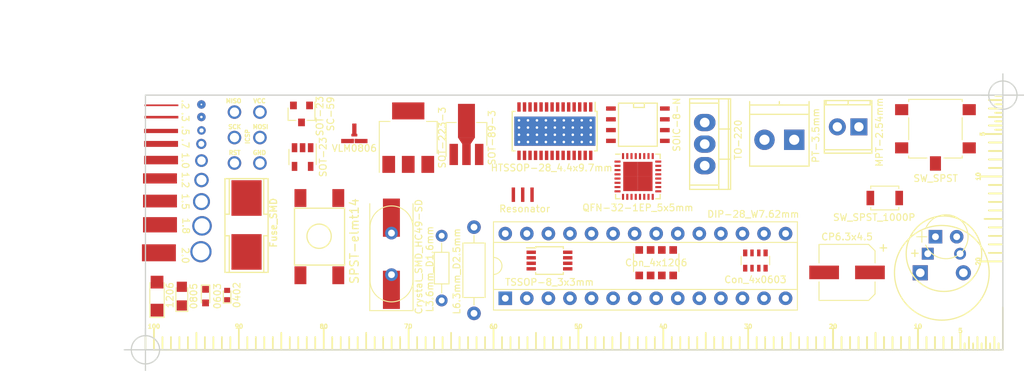
<source format=kicad_pcb>
(kicad_pcb (version 4) (host pcbnew 4.0.6)

  (general
    (links 0)
    (no_connects 0)
    (area 91.650001 64.189113 218.575811 107.5)
    (thickness 1.6)
    (drawings 227)
    (tracks 0)
    (zones 0)
    (modules 51)
    (nets 1)
  )

  (page A4)
  (layers
    (0 F.Cu signal)
    (31 B.Cu signal)
    (32 B.Adhes user)
    (33 F.Adhes user)
    (34 B.Paste user)
    (35 F.Paste user)
    (36 B.SilkS user)
    (37 F.SilkS user)
    (38 B.Mask user)
    (39 F.Mask user)
    (40 Dwgs.User user)
    (41 Cmts.User user)
    (42 Eco1.User user)
    (43 Eco2.User user)
    (44 Edge.Cuts user)
    (45 Margin user)
    (46 B.CrtYd user)
    (47 F.CrtYd user)
    (48 B.Fab user)
    (49 F.Fab user)
  )

  (setup
    (last_trace_width 0.25)
    (trace_clearance 0.2)
    (zone_clearance 0.508)
    (zone_45_only no)
    (trace_min 0.2)
    (segment_width 0.2)
    (edge_width 0.15)
    (via_size 0.6)
    (via_drill 0.4)
    (via_min_size 0.4)
    (via_min_drill 0.3)
    (uvia_size 0.3)
    (uvia_drill 0.1)
    (uvias_allowed no)
    (uvia_min_size 0.2)
    (uvia_min_drill 0.1)
    (pcb_text_width 0.3)
    (pcb_text_size 1.5 1.5)
    (mod_edge_width 0.15)
    (mod_text_size 1 1)
    (mod_text_width 0.15)
    (pad_size 1 1)
    (pad_drill 0.2)
    (pad_to_mask_clearance 0.2)
    (aux_axis_origin 109 105)
    (visible_elements 7FFFFF7F)
    (pcbplotparams
      (layerselection 0x00030_80000001)
      (usegerberextensions false)
      (excludeedgelayer true)
      (linewidth 0.100000)
      (plotframeref false)
      (viasonmask false)
      (mode 1)
      (useauxorigin false)
      (hpglpennumber 1)
      (hpglpenspeed 20)
      (hpglpendiameter 15)
      (hpglpenoverlay 2)
      (psnegative false)
      (psa4output false)
      (plotreference true)
      (plotvalue true)
      (plotinvisibletext false)
      (padsonsilk false)
      (subtractmaskfromsilk false)
      (outputformat 1)
      (mirror false)
      (drillshape 1)
      (scaleselection 1)
      (outputdirectory ""))
  )

  (net 0 "")

  (net_class Default "This is the default net class."
    (clearance 0.2)
    (trace_width 0.25)
    (via_dia 0.6)
    (via_drill 0.4)
    (uvia_dia 0.3)
    (uvia_drill 0.1)
  )

  (module Housings_SSOP:HTSSOP-28_4.4x9.7mm_Pitch0.65mm_ThermalPad (layer F.Cu) (tedit 595C1A10) (tstamp 5959F32C)
    (at 157.226 79.248 270)
    (descr "HTSSOP28: plastic thin shrink small outline package; 28 leads; body width 4.4 mm; thermal pad")
    (tags "TSSOP HTSSOP 0.65 thermal pad")
    (attr smd)
    (fp_text reference REF** (at 0 -5.9 270) (layer F.SilkS) hide
      (effects (font (size 1 1) (thickness 0.15)))
    )
    (fp_text value HTSSOP-28_4.4x9.7mm (at 4.318 0.381 360) (layer F.SilkS)
      (effects (font (size 0.8 0.8) (thickness 0.125)))
    )
    (fp_line (start -1.2 -4.85) (end 2.2 -4.85) (layer F.Fab) (width 0.15))
    (fp_line (start 2.2 -4.85) (end 2.2 4.85) (layer F.Fab) (width 0.15))
    (fp_line (start 2.2 4.9008) (end -2.2 4.9008) (layer F.Fab) (width 0.15))
    (fp_line (start -2.2 4.85) (end -2.2 -3.85) (layer F.Fab) (width 0.15))
    (fp_line (start -2.2 -3.85) (end -1.2 -4.85) (layer F.Fab) (width 0.15))
    (fp_line (start -3.65 -5.15) (end -3.65 5.15) (layer F.CrtYd) (width 0.05))
    (fp_line (start 3.65 -5.15) (end 3.65 5.15) (layer F.CrtYd) (width 0.05))
    (fp_line (start -3.65 -5.15) (end 3.65 -5.15) (layer F.CrtYd) (width 0.05))
    (fp_line (start -3.65 5.15) (end 3.65 5.15) (layer F.CrtYd) (width 0.05))
    (fp_line (start -2.325 -4.975) (end -2.325 -4.75) (layer F.SilkS) (width 0.15))
    (fp_line (start 2.325 -4.975) (end 2.325 -4.65) (layer F.SilkS) (width 0.15))
    (fp_line (start 2.325 5.0258) (end 2.325 4.7008) (layer F.SilkS) (width 0.15))
    (fp_line (start -2.325 5.0258) (end -2.325 4.7008) (layer F.SilkS) (width 0.15))
    (fp_line (start -2.325 -4.975) (end 2.325 -4.975) (layer F.SilkS) (width 0.15))
    (fp_line (start -2.325 5.0258) (end 2.325 5.0258) (layer F.SilkS) (width 0.15))
    (fp_line (start -2.325 -4.75) (end -3.4 -4.75) (layer F.SilkS) (width 0.15))
    (fp_text user %R (at 0 0 270) (layer F.Fab) hide
      (effects (font (size 0.8 0.8) (thickness 0.15)))
    )
    (pad 1 smd rect (at -2.85 -4.225 270) (size 1.1 0.4) (layers F.Cu F.Paste F.Mask))
    (pad 2 smd rect (at -2.85 -3.575 270) (size 1.1 0.4) (layers F.Cu F.Paste F.Mask))
    (pad 3 smd rect (at -2.85 -2.925 270) (size 1.1 0.4) (layers F.Cu F.Paste F.Mask))
    (pad 4 smd rect (at -2.85 -2.275 270) (size 1.1 0.4) (layers F.Cu F.Paste F.Mask))
    (pad 5 smd rect (at -2.85 -1.625 270) (size 1.1 0.4) (layers F.Cu F.Paste F.Mask))
    (pad 6 smd rect (at -2.85 -0.975 270) (size 1.1 0.4) (layers F.Cu F.Paste F.Mask))
    (pad 7 smd rect (at -2.85 -0.325 270) (size 1.1 0.4) (layers F.Cu F.Paste F.Mask))
    (pad 8 smd rect (at -2.85 0.325 270) (size 1.1 0.4) (layers F.Cu F.Paste F.Mask))
    (pad 9 smd rect (at -2.85 0.975 270) (size 1.1 0.4) (layers F.Cu F.Paste F.Mask))
    (pad 10 smd rect (at -2.85 1.625 270) (size 1.1 0.4) (layers F.Cu F.Paste F.Mask))
    (pad 11 smd rect (at -2.85 2.275 270) (size 1.1 0.4) (layers F.Cu F.Paste F.Mask))
    (pad 12 smd rect (at -2.85 2.925 270) (size 1.1 0.4) (layers F.Cu F.Paste F.Mask))
    (pad 13 smd rect (at -2.85 3.575 270) (size 1.1 0.4) (layers F.Cu F.Paste F.Mask))
    (pad 14 smd rect (at -2.85 4.225 270) (size 1.1 0.4) (layers F.Cu F.Paste F.Mask))
    (pad 15 smd rect (at 2.85 4.225 270) (size 1.1 0.4) (layers F.Cu F.Paste F.Mask))
    (pad 16 smd rect (at 2.85 3.575 270) (size 1.1 0.4) (layers F.Cu F.Paste F.Mask))
    (pad 17 smd rect (at 2.85 2.925 270) (size 1.1 0.4) (layers F.Cu F.Paste F.Mask))
    (pad 18 smd rect (at 2.85 2.275 270) (size 1.1 0.4) (layers F.Cu F.Paste F.Mask))
    (pad 19 smd rect (at 2.85 1.625 270) (size 1.1 0.4) (layers F.Cu F.Paste F.Mask))
    (pad 20 smd rect (at 2.85 0.975 270) (size 1.1 0.4) (layers F.Cu F.Paste F.Mask))
    (pad 21 smd rect (at 2.85 0.325 270) (size 1.1 0.4) (layers F.Cu F.Paste F.Mask))
    (pad 22 smd rect (at 2.85 -0.325 270) (size 1.1 0.4) (layers F.Cu F.Paste F.Mask))
    (pad 23 smd rect (at 2.85 -0.975 270) (size 1.1 0.4) (layers F.Cu F.Paste F.Mask))
    (pad 24 smd rect (at 2.85 -1.625 270) (size 1.1 0.4) (layers F.Cu F.Paste F.Mask))
    (pad 25 smd rect (at 2.85 -2.275 270) (size 1.1 0.4) (layers F.Cu F.Paste F.Mask))
    (pad 26 smd rect (at 2.85 -2.925 270) (size 1.1 0.4) (layers F.Cu F.Paste F.Mask))
    (pad 27 smd rect (at 2.85 -3.575 270) (size 1.1 0.4) (layers F.Cu F.Paste F.Mask))
    (pad 28 smd rect (at 2.85 -4.225 270) (size 1.1 0.4) (layers F.Cu F.Paste F.Mask))
    (pad 29 thru_hole rect (at -1.275 4.225 270) (size 0.89 1.1) (drill 0.3) (layers *.Cu *.Mask))
    (pad 29 thru_hole rect (at -0.425 4.225 270) (size 0.89 1.1) (drill 0.3) (layers *.Cu *.Mask))
    (pad 29 thru_hole rect (at 1.275 4.225 270) (size 0.89 1.1) (drill 0.3) (layers *.Cu *.Mask))
    (pad 29 thru_hole rect (at 0.425 4.225 270) (size 0.89 1.1) (drill 0.3) (layers *.Cu *.Mask))
    (pad 29 thru_hole rect (at 0.425 3.16875 270) (size 0.89 1.1) (drill 0.3) (layers *.Cu *.Mask))
    (pad 29 thru_hole rect (at 1.275 3.16875 270) (size 0.89 1.1) (drill 0.3) (layers *.Cu *.Mask))
    (pad 29 thru_hole rect (at -0.425 3.16875 270) (size 0.89 1.1) (drill 0.3) (layers *.Cu *.Mask))
    (pad 29 thru_hole rect (at -1.275 3.16875 270) (size 0.89 1.1) (drill 0.3) (layers *.Cu *.Mask))
    (pad 29 thru_hole rect (at -1.275 2.1125 270) (size 0.89 1.1) (drill 0.3) (layers *.Cu *.Mask))
    (pad 29 thru_hole rect (at -0.425 2.1125 270) (size 0.89 1.1) (drill 0.3) (layers *.Cu *.Mask))
    (pad 29 thru_hole rect (at 1.275 2.1125 270) (size 0.89 1.1) (drill 0.3) (layers *.Cu *.Mask))
    (pad 29 thru_hole rect (at 0.425 2.1125 270) (size 0.89 1.1) (drill 0.3) (layers *.Cu *.Mask))
    (pad 29 thru_hole rect (at 0.425 1.05625 270) (size 0.89 1.1) (drill 0.3) (layers *.Cu *.Mask))
    (pad 29 thru_hole rect (at 1.275 1.05625 270) (size 0.89 1.1) (drill 0.3) (layers *.Cu *.Mask))
    (pad 29 thru_hole rect (at -0.425 1.05625 270) (size 0.89 1.1) (drill 0.3) (layers *.Cu *.Mask))
    (pad 29 thru_hole rect (at -1.275 1.05625 270) (size 0.89 1.1) (drill 0.3) (layers *.Cu *.Mask))
    (pad 29 thru_hole rect (at -1.275 0 270) (size 0.89 1.1) (drill 0.3) (layers *.Cu *.Mask))
    (pad 29 thru_hole rect (at -0.425 0 270) (size 0.89 1.1) (drill 0.3) (layers *.Cu *.Mask))
    (pad 29 thru_hole rect (at 1.275 0 270) (size 0.89 1.1) (drill 0.3) (layers *.Cu *.Mask))
    (pad 29 thru_hole rect (at 0.425 0 270) (size 0.89 1.1) (drill 0.3) (layers *.Cu *.Mask))
    (pad 29 thru_hole rect (at 0.425 -1.05625 270) (size 0.89 1.1) (drill 0.3) (layers *.Cu *.Mask))
    (pad 29 thru_hole rect (at 1.275 -1.05625 270) (size 0.89 1.1) (drill 0.3) (layers *.Cu *.Mask))
    (pad 29 thru_hole rect (at -0.425 -1.05625 270) (size 0.89 1.1) (drill 0.3) (layers *.Cu *.Mask))
    (pad 29 thru_hole rect (at -1.275 -1.05625 270) (size 0.89 1.1) (drill 0.3) (layers *.Cu *.Mask))
    (pad 29 thru_hole rect (at -1.275 -2.1125 270) (size 0.89 1.1) (drill 0.3) (layers *.Cu *.Mask))
    (pad 29 thru_hole rect (at -0.425 -2.1125 270) (size 0.89 1.1) (drill 0.3) (layers *.Cu *.Mask))
    (pad 29 thru_hole rect (at 1.275 -2.1125 270) (size 0.89 1.1) (drill 0.3) (layers *.Cu *.Mask))
    (pad 29 thru_hole rect (at 0.425 -2.1125 270) (size 0.89 1.1) (drill 0.3) (layers *.Cu *.Mask))
    (pad 29 thru_hole rect (at 0.425 -3.16875 270) (size 0.89 1.1) (drill 0.3) (layers *.Cu *.Mask))
    (pad 29 thru_hole rect (at 1.275 -3.16875 270) (size 0.89 1.1) (drill 0.3) (layers *.Cu *.Mask))
    (pad 29 thru_hole rect (at -0.425 -3.16875 270) (size 0.89 1.1) (drill 0.3) (layers *.Cu *.Mask))
    (pad 29 thru_hole rect (at -1.275 -3.16875 270) (size 0.89 1.1) (drill 0.3) (layers *.Cu *.Mask))
    (pad 29 thru_hole rect (at -1.275 -4.225 270) (size 0.89 1.1) (drill 0.3) (layers *.Cu *.Mask))
    (pad 29 thru_hole rect (at -0.425 -4.225 270) (size 0.89 1.1) (drill 0.3) (layers *.Cu *.Mask))
    (pad 29 thru_hole rect (at 1.275 -4.225 270) (size 0.89 1.1) (drill 0.3) (layers *.Cu *.Mask))
    (pad 29 thru_hole rect (at 0.425 -4.225 270) (size 0.89 1.1) (drill 0.3) (layers *.Cu *.Mask))
    (model ${KISYS3DMOD}/Housings_SSOP.3dshapes/HTSSOP-28_4.4x9.7mm_Pitch0.65mm_ThermalPad.wrl
      (at (xyz 0 0 0))
      (scale (xyz 1 1 1))
      (rotate (xyz 0 0 0))
    )
  )

  (module SMD_Packages:1Pin (layer F.Cu) (tedit 595B3898) (tstamp 595B381B)
    (at 110.871 76.2 270)
    (descr "module 1 pin (ou trou mecanique de percage)")
    (tags DEV)
    (fp_text reference REF** (at 0 -3.50012 270) (layer F.SilkS) hide
      (effects (font (size 1 1) (thickness 0.15)))
    )
    (fp_text value 1Pin (at 0.24892 3.74904 270) (layer F.Fab) hide
      (effects (font (size 1 1) (thickness 0.15)))
    )
    (pad 1 smd rect (at 0 0 270) (size 0.2 4) (layers F.Cu F.Paste F.Mask))
  )

  (module Wire_Pads:SolderWirePad_single_2mmDrill (layer F.Cu) (tedit 595B38A0) (tstamp 595B3817)
    (at 115.5884 76.1034 270)
    (fp_text reference REF** (at 0 -3.81 270) (layer F.SilkS) hide
      (effects (font (size 1 1) (thickness 0.15)))
    )
    (fp_text value SolderWirePad_single_2mmDrill (at 0 3.8 270) (layer F.Fab) hide
      (effects (font (size 1 1) (thickness 0.15)))
    )
    (pad 1 thru_hole circle (at 0 0 270) (size 1 1) (drill 0.2) (layers *.Cu *.Mask))
  )

  (module Wire_Pads:SolderWirePad_single_2mmDrill (layer F.Cu) (tedit 595B3890) (tstamp 595B3812)
    (at 115.5884 77.578 270)
    (fp_text reference REF** (at 0 -3.81 270) (layer F.SilkS) hide
      (effects (font (size 1 1) (thickness 0.15)))
    )
    (fp_text value SolderWirePad_single_2mmDrill (at 0 3.8 270) (layer F.Fab) hide
      (effects (font (size 1 1) (thickness 0.15)))
    )
    (pad 1 thru_hole circle (at 0 0 270) (size 1 1) (drill 0.3) (layers *.Cu *.Mask))
  )

  (module SMD_Packages:1Pin (layer F.Cu) (tedit 595B3885) (tstamp 595B380E)
    (at 110.871 77.597 270)
    (descr "module 1 pin (ou trou mecanique de percage)")
    (tags DEV)
    (fp_text reference REF** (at 0 -3.50012 270) (layer F.SilkS) hide
      (effects (font (size 1 1) (thickness 0.15)))
    )
    (fp_text value 1Pin (at 0.24892 3.74904 270) (layer F.Fab) hide
      (effects (font (size 1 1) (thickness 0.15)))
    )
    (pad 1 smd rect (at 0 0 270) (size 0.3 4) (layers F.Cu F.Paste F.Mask))
  )

  (module Connectors_Molex:Molex_Microfit3_Header_02x03_Straight_43045-0628 (layer F.Cu) (tedit 595C11DF) (tstamp 5955A4A5)
    (at 119.484 83 270)
    (descr "Microfit3 Header Straight 02x03 43045-0628")
    (tags "connector Microfit 02x03 header straight 3mm")
    (fp_text reference REF** (at -3 5 270) (layer F.SilkS) hide
      (effects (font (size 1 1) (thickness 0.15)))
    )
    (fp_text value ICSP (at -3.117 -1.547 450) (layer F.SilkS)
      (effects (font (size 0.5 0.5) (thickness 0.125)))
    )
    (pad 1 thru_hole circle (at 0 0 270) (size 1.6 1.6) (drill 1.1) (layers *.Cu *.Mask))
    (pad 2 thru_hole circle (at -3 0 270) (size 1.6 1.6) (drill 1.1) (layers *.Cu *.Mask))
    (pad 3 thru_hole circle (at -6 0 270) (size 1.6 1.6) (drill 1.1) (layers *.Cu *.Mask))
    (pad 4 thru_hole circle (at 0 -3 270) (size 1.6 1.6) (drill 1.1) (layers *.Cu *.Mask))
    (pad 5 thru_hole circle (at -3 -3 270) (size 1.6 1.6) (drill 1.1) (layers *.Cu *.Mask))
    (pad 6 thru_hole circle (at -6 -3 270) (size 1.6 1.6) (drill 1.1) (layers *.Cu *.Mask))
  )

  (module SMD_Packages:1Pin (layer F.Cu) (tedit 5955920C) (tstamp 5955917F)
    (at 110.71 87.479 270)
    (descr "module 1 pin (ou trou mecanique de percage)")
    (tags DEV)
    (fp_text reference REF** (at 0 -3.50012 270) (layer F.SilkS) hide
      (effects (font (size 1 1) (thickness 0.15)))
    )
    (fp_text value 1Pin (at 0.24892 3.74904 270) (layer F.Fab) hide
      (effects (font (size 1 1) (thickness 0.15)))
    )
    (pad 1 smd rect (at 0 0 270) (size 1.5 4) (layers F.Cu F.Paste F.Mask))
  )

  (module SMD_Packages:1Pin (layer F.Cu) (tedit 59559213) (tstamp 5955917B)
    (at 110.71 90.273 270)
    (descr "module 1 pin (ou trou mecanique de percage)")
    (tags DEV)
    (fp_text reference REF** (at 0 -3.50012 270) (layer F.SilkS) hide
      (effects (font (size 1 1) (thickness 0.15)))
    )
    (fp_text value 1Pin (at 0.24892 3.74904 270) (layer F.Fab) hide
      (effects (font (size 1 1) (thickness 0.15)))
    )
    (pad 1 smd rect (at 0 0 270) (size 1.8 4) (layers F.Cu F.Paste F.Mask))
  )

  (module SMD_Packages:1Pin (layer F.Cu) (tedit 5955921A) (tstamp 59559173)
    (at 110.583 93.575 270)
    (descr "module 1 pin (ou trou mecanique de percage)")
    (tags DEV)
    (fp_text reference REF** (at 0 -3.50012 270) (layer F.SilkS) hide
      (effects (font (size 1 1) (thickness 0.15)))
    )
    (fp_text value 1Pin (at 0.24892 3.74904 270) (layer F.Fab) hide
      (effects (font (size 1 1) (thickness 0.15)))
    )
    (pad 1 smd rect (at 0 0 270) (size 2 4) (layers F.Cu F.Paste F.Mask))
  )

  (module SMD_Packages:1Pin (layer F.Cu) (tedit 59559203) (tstamp 5955916F)
    (at 110.837 82.653 270)
    (descr "module 1 pin (ou trou mecanique de percage)")
    (tags DEV)
    (fp_text reference REF** (at 0 -3.50012 270) (layer F.SilkS) hide
      (effects (font (size 1 1) (thickness 0.15)))
    )
    (fp_text value 1Pin (at 0.24892 3.74904 270) (layer F.Fab) hide
      (effects (font (size 1 1) (thickness 0.15)))
    )
    (pad 1 smd rect (at 0 0 270) (size 1 4) (layers F.Cu F.Paste F.Mask))
  )

  (module SMD_Packages:1Pin (layer F.Cu) (tedit 59559207) (tstamp 5955916B)
    (at 110.71 84.812 270)
    (descr "module 1 pin (ou trou mecanique de percage)")
    (tags DEV)
    (fp_text reference REF** (at 0 -3.50012 270) (layer F.SilkS) hide
      (effects (font (size 1 1) (thickness 0.15)))
    )
    (fp_text value 1Pin (at 0.24892 3.74904 270) (layer F.Fab) hide
      (effects (font (size 1 1) (thickness 0.15)))
    )
    (pad 1 smd rect (at 0 0 270) (size 1.2 4) (layers F.Cu F.Paste F.Mask))
  )

  (module SMD_Packages:1Pin (layer F.Cu) (tedit 59559200) (tstamp 59559161)
    (at 110.837 80.748 270)
    (descr "module 1 pin (ou trou mecanique de percage)")
    (tags DEV)
    (fp_text reference REF** (at 0 -3.50012 270) (layer F.SilkS) hide
      (effects (font (size 1 1) (thickness 0.15)))
    )
    (fp_text value 1Pin (at 0.24892 3.74904 270) (layer F.Fab) hide
      (effects (font (size 1 1) (thickness 0.15)))
    )
    (pad 1 smd rect (at 0 0 270) (size 0.7 4) (layers F.Cu F.Paste F.Mask))
  )

  (module SMD_Packages:1Pin (layer F.Cu) (tedit 5955915A) (tstamp 5955903E)
    (at 110.837 79.224 270)
    (descr "module 1 pin (ou trou mecanique de percage)")
    (tags DEV)
    (fp_text reference REF** (at 0 -3.50012 270) (layer F.SilkS) hide
      (effects (font (size 1 1) (thickness 0.15)))
    )
    (fp_text value 1Pin (at 0.24892 3.74904 270) (layer F.Fab) hide
      (effects (font (size 1 1) (thickness 0.15)))
    )
    (pad 1 smd rect (at 0 0 270) (size 0.5 4) (layers F.Cu F.Paste F.Mask))
  )

  (module Wire_Pads:SolderWirePad_single_2mmDrill (layer F.Cu) (tedit 595591EA) (tstamp 59558F83)
    (at 115.536 93.448 270)
    (fp_text reference REF** (at 0 -3.81 270) (layer F.SilkS) hide
      (effects (font (size 1 1) (thickness 0.15)))
    )
    (fp_text value SolderWirePad_single_2mmDrill (at -0.635 3.81 270) (layer F.Fab) hide
      (effects (font (size 1 1) (thickness 0.15)))
    )
    (pad 1 thru_hole circle (at 0 0 270) (size 2.5 2.5) (drill 2) (layers *.Cu *.Mask))
  )

  (module LEDs:LED_0603 (layer F.Cu) (tedit 595C1EC8) (tstamp 58EED658)
    (at 116.078 98.679 270)
    (descr "LED 0603 smd package")
    (tags "LED led 0603 SMD smd SMT smt smdled SMDLED smtled SMTLED")
    (attr smd)
    (fp_text reference REF** (at 0 -1.25 270) (layer F.SilkS) hide
      (effects (font (size 1 1) (thickness 0.15)))
    )
    (fp_text value 0603 (at 0 -1.397 270) (layer F.SilkS)
      (effects (font (size 0.8 0.8) (thickness 0.125)))
    )
    (fp_line (start -1.3 -0.5) (end -1.3 0.5) (layer F.SilkS) (width 0.12))
    (fp_line (start -0.2 -0.2) (end -0.2 0.2) (layer F.Fab) (width 0.1))
    (fp_line (start -0.15 0) (end 0.15 -0.2) (layer F.Fab) (width 0.1))
    (fp_line (start 0.15 0.2) (end -0.15 0) (layer F.Fab) (width 0.1))
    (fp_line (start 0.15 -0.2) (end 0.15 0.2) (layer F.Fab) (width 0.1))
    (fp_line (start 0.8 0.4) (end -0.8 0.4) (layer F.Fab) (width 0.1))
    (fp_line (start 0.8 -0.4) (end 0.8 0.4) (layer F.Fab) (width 0.1))
    (fp_line (start -0.8 -0.4) (end 0.8 -0.4) (layer F.Fab) (width 0.1))
    (fp_line (start -0.8 0.4) (end -0.8 -0.4) (layer F.Fab) (width 0.1))
    (fp_line (start -1.3 0.5) (end 0.8 0.5) (layer F.SilkS) (width 0.12))
    (fp_line (start -1.3 -0.5) (end 0.8 -0.5) (layer F.SilkS) (width 0.12))
    (fp_line (start 1.45 -0.65) (end 1.45 0.65) (layer F.CrtYd) (width 0.05))
    (fp_line (start 1.45 0.65) (end -1.45 0.65) (layer F.CrtYd) (width 0.05))
    (fp_line (start -1.45 0.65) (end -1.45 -0.65) (layer F.CrtYd) (width 0.05))
    (fp_line (start -1.45 -0.65) (end 1.45 -0.65) (layer F.CrtYd) (width 0.05))
    (pad 2 smd rect (at 0.8 0 90) (size 0.8 0.8) (layers F.Cu F.Paste F.Mask))
    (pad 1 smd rect (at -0.8 0 90) (size 0.8 0.8) (layers F.Cu F.Paste F.Mask))
    (model LEDs.3dshapes/LED_0603.wrl
      (at (xyz 0 0 0))
      (scale (xyz 1 1 1))
      (rotate (xyz 0 0 180))
    )
  )

  (module LEDs:LED_0805 (layer F.Cu) (tedit 595C1C3A) (tstamp 58EED686)
    (at 113.284 98.679 90)
    (descr "LED 0805 smd package")
    (tags "LED led 0805 SMD smd SMT smt smdled SMDLED smtled SMTLED")
    (attr smd)
    (fp_text reference REF** (at 0 -1.45 90) (layer F.SilkS) hide
      (effects (font (size 1 1) (thickness 0.15)))
    )
    (fp_text value 0805 (at 0 1.397 90) (layer F.SilkS)
      (effects (font (size 0.8 0.8) (thickness 0.125)))
    )
    (fp_line (start -1.8 -0.7) (end -1.8 0.7) (layer F.SilkS) (width 0.12))
    (fp_line (start -0.4 -0.4) (end -0.4 0.4) (layer F.Fab) (width 0.1))
    (fp_line (start -0.4 0) (end 0.2 -0.4) (layer F.Fab) (width 0.1))
    (fp_line (start 0.2 0.4) (end -0.4 0) (layer F.Fab) (width 0.1))
    (fp_line (start 0.2 -0.4) (end 0.2 0.4) (layer F.Fab) (width 0.1))
    (fp_line (start 1 0.6) (end -1 0.6) (layer F.Fab) (width 0.1))
    (fp_line (start 1 -0.6) (end 1 0.6) (layer F.Fab) (width 0.1))
    (fp_line (start -1 -0.6) (end 1 -0.6) (layer F.Fab) (width 0.1))
    (fp_line (start -1 0.6) (end -1 -0.6) (layer F.Fab) (width 0.1))
    (fp_line (start -1.8 0.7) (end 1 0.7) (layer F.SilkS) (width 0.12))
    (fp_line (start -1.8 -0.7) (end 1 -0.7) (layer F.SilkS) (width 0.12))
    (fp_line (start 1.95 -0.85) (end 1.95 0.85) (layer F.CrtYd) (width 0.05))
    (fp_line (start 1.95 0.85) (end -1.95 0.85) (layer F.CrtYd) (width 0.05))
    (fp_line (start -1.95 0.85) (end -1.95 -0.85) (layer F.CrtYd) (width 0.05))
    (fp_line (start -1.95 -0.85) (end 1.95 -0.85) (layer F.CrtYd) (width 0.05))
    (pad 2 smd rect (at 1.1 0 270) (size 1.2 1.2) (layers F.Cu F.Paste F.Mask))
    (pad 1 smd rect (at -1.1 0 270) (size 1.2 1.2) (layers F.Cu F.Paste F.Mask))
    (model LEDs.3dshapes/LED_0805.wrl
      (at (xyz 0 0 0))
      (scale (xyz 1 1 1))
      (rotate (xyz 0 0 180))
    )
  )

  (module LEDs:LED_1206 (layer F.Cu) (tedit 595C1AF1) (tstamp 58EED69B)
    (at 110.363 98.679 90)
    (descr "LED 1206 smd package")
    (tags "LED led 1206 SMD smd SMT smt smdled SMDLED smtled SMTLED")
    (attr smd)
    (fp_text reference REF** (at 0 -1.6 90) (layer F.SilkS) hide
      (effects (font (size 1 1) (thickness 0.15)))
    )
    (fp_text value 1206 (at 0.114 1.521 90) (layer F.SilkS)
      (effects (font (size 0.8 0.8) (thickness 0.125)))
    )
    (fp_line (start -2.5 -0.85) (end -2.5 0.85) (layer F.SilkS) (width 0.12))
    (fp_line (start -0.45 -0.4) (end -0.45 0.4) (layer F.Fab) (width 0.1))
    (fp_line (start -0.4 0) (end 0.2 -0.4) (layer F.Fab) (width 0.1))
    (fp_line (start 0.2 0.4) (end -0.4 0) (layer F.Fab) (width 0.1))
    (fp_line (start 0.2 -0.4) (end 0.2 0.4) (layer F.Fab) (width 0.1))
    (fp_line (start 1.6 0.8) (end -1.6 0.8) (layer F.Fab) (width 0.1))
    (fp_line (start 1.6 -0.8) (end 1.6 0.8) (layer F.Fab) (width 0.1))
    (fp_line (start -1.6 -0.8) (end 1.6 -0.8) (layer F.Fab) (width 0.1))
    (fp_line (start -1.6 0.8) (end -1.6 -0.8) (layer F.Fab) (width 0.1))
    (fp_line (start -2.45 0.85) (end 1.6 0.85) (layer F.SilkS) (width 0.12))
    (fp_line (start -2.45 -0.85) (end 1.6 -0.85) (layer F.SilkS) (width 0.12))
    (fp_line (start 2.65 -1) (end 2.65 1) (layer F.CrtYd) (width 0.05))
    (fp_line (start 2.65 1) (end -2.65 1) (layer F.CrtYd) (width 0.05))
    (fp_line (start -2.65 1) (end -2.65 -1) (layer F.CrtYd) (width 0.05))
    (fp_line (start -2.65 -1) (end 2.65 -1) (layer F.CrtYd) (width 0.05))
    (pad 2 smd rect (at 1.65 0 270) (size 1.5 1.5) (layers F.Cu F.Paste F.Mask))
    (pad 1 smd rect (at -1.65 0 270) (size 1.5 1.5) (layers F.Cu F.Paste F.Mask))
    (model LEDs.3dshapes/LED_1206.wrl
      (at (xyz 0 0 0))
      (scale (xyz 1 1 1))
      (rotate (xyz 0 0 180))
    )
  )

  (module Resistors_ThroughHole:R_Axial_DIN0204_L3.6mm_D1.6mm_P7.62mm_Horizontal (layer F.Cu) (tedit 595C19F5) (tstamp 58EEDD97)
    (at 143.891 99.187 90)
    (descr "Resistor, Axial_DIN0204 series, Axial, Horizontal, pin pitch=7.62mm, 0.16666666666666666W = 1/6W, length*diameter=3.6*1.6mm^2, http://cdn-reichelt.de/documents/datenblatt/B400/1_4W%23YAG.pdf")
    (tags "Resistor Axial_DIN0204 series Axial Horizontal pin pitch 7.62mm 0.16666666666666666W = 1/6W length 3.6mm diameter 1.6mm")
    (fp_text reference REF** (at 3.81 -1.86 90) (layer F.SilkS) hide
      (effects (font (size 1 1) (thickness 0.15)))
    )
    (fp_text value L3.6mm_D1.6mm (at 3.683 -1.397 90) (layer F.SilkS)
      (effects (font (size 0.8 0.8) (thickness 0.125)))
    )
    (fp_line (start 2.01 -0.8) (end 2.01 0.8) (layer F.Fab) (width 0.1))
    (fp_line (start 2.01 0.8) (end 5.61 0.8) (layer F.Fab) (width 0.1))
    (fp_line (start 5.61 0.8) (end 5.61 -0.8) (layer F.Fab) (width 0.1))
    (fp_line (start 5.61 -0.8) (end 2.01 -0.8) (layer F.Fab) (width 0.1))
    (fp_line (start 0 0) (end 2.01 0) (layer F.Fab) (width 0.1))
    (fp_line (start 7.62 0) (end 5.61 0) (layer F.Fab) (width 0.1))
    (fp_line (start 1.95 -0.86) (end 1.95 0.86) (layer F.SilkS) (width 0.12))
    (fp_line (start 1.95 0.86) (end 5.67 0.86) (layer F.SilkS) (width 0.12))
    (fp_line (start 5.67 0.86) (end 5.67 -0.86) (layer F.SilkS) (width 0.12))
    (fp_line (start 5.67 -0.86) (end 1.95 -0.86) (layer F.SilkS) (width 0.12))
    (fp_line (start 0.88 0) (end 1.95 0) (layer F.SilkS) (width 0.12))
    (fp_line (start 6.74 0) (end 5.67 0) (layer F.SilkS) (width 0.12))
    (fp_line (start -0.95 -1.15) (end -0.95 1.15) (layer F.CrtYd) (width 0.05))
    (fp_line (start -0.95 1.15) (end 8.6 1.15) (layer F.CrtYd) (width 0.05))
    (fp_line (start 8.6 1.15) (end 8.6 -1.15) (layer F.CrtYd) (width 0.05))
    (fp_line (start 8.6 -1.15) (end -0.95 -1.15) (layer F.CrtYd) (width 0.05))
    (pad 1 thru_hole circle (at 0 0 90) (size 1.4 1.4) (drill 0.7) (layers *.Cu *.Mask))
    (pad 2 thru_hole oval (at 7.62 0 90) (size 1.4 1.4) (drill 0.7) (layers *.Cu *.Mask))
    (model Resistors_THT.3dshapes/R_Axial_DIN0204_L3.6mm_D1.6mm_P7.62mm_Horizontal.wrl
      (at (xyz 0 0 0))
      (scale (xyz 0.393701 0.393701 0.393701))
      (rotate (xyz 0 0 0))
    )
  )

  (module Resistors_ThroughHole:R_Axial_DIN0207_L6.3mm_D2.5mm_P10.16mm_Horizontal (layer F.Cu) (tedit 595C19F2) (tstamp 58EEDDC3)
    (at 147.701 100.711 90)
    (descr "Resistor, Axial_DIN0207 series, Axial, Horizontal, pin pitch=10.16mm, 0.25W = 1/4W, length*diameter=6.3*2.5mm^2, http://cdn-reichelt.de/documents/datenblatt/B400/1_4W%23YAG.pdf")
    (tags "Resistor Axial_DIN0207 series Axial Horizontal pin pitch 10.16mm 0.25W = 1/4W length 6.3mm diameter 2.5mm")
    (fp_text reference REF** (at 5.08 -2.31 90) (layer F.SilkS) hide
      (effects (font (size 1 1) (thickness 0.15)))
    )
    (fp_text value L6.3mm_D2.5mm (at 4.953 -2.032 90) (layer F.SilkS)
      (effects (font (size 0.8 0.8) (thickness 0.125)))
    )
    (fp_line (start 1.93 -1.25) (end 1.93 1.25) (layer F.Fab) (width 0.1))
    (fp_line (start 1.93 1.25) (end 8.23 1.25) (layer F.Fab) (width 0.1))
    (fp_line (start 8.23 1.25) (end 8.23 -1.25) (layer F.Fab) (width 0.1))
    (fp_line (start 8.23 -1.25) (end 1.93 -1.25) (layer F.Fab) (width 0.1))
    (fp_line (start 0 0) (end 1.93 0) (layer F.Fab) (width 0.1))
    (fp_line (start 10.16 0) (end 8.23 0) (layer F.Fab) (width 0.1))
    (fp_line (start 1.87 -1.31) (end 1.87 1.31) (layer F.SilkS) (width 0.12))
    (fp_line (start 1.87 1.31) (end 8.29 1.31) (layer F.SilkS) (width 0.12))
    (fp_line (start 8.29 1.31) (end 8.29 -1.31) (layer F.SilkS) (width 0.12))
    (fp_line (start 8.29 -1.31) (end 1.87 -1.31) (layer F.SilkS) (width 0.12))
    (fp_line (start 0.98 0) (end 1.87 0) (layer F.SilkS) (width 0.12))
    (fp_line (start 9.18 0) (end 8.29 0) (layer F.SilkS) (width 0.12))
    (fp_line (start -1.05 -1.6) (end -1.05 1.6) (layer F.CrtYd) (width 0.05))
    (fp_line (start -1.05 1.6) (end 11.25 1.6) (layer F.CrtYd) (width 0.05))
    (fp_line (start 11.25 1.6) (end 11.25 -1.6) (layer F.CrtYd) (width 0.05))
    (fp_line (start 11.25 -1.6) (end -1.05 -1.6) (layer F.CrtYd) (width 0.05))
    (pad 1 thru_hole circle (at 0 0 90) (size 1.6 1.6) (drill 0.8) (layers *.Cu *.Mask))
    (pad 2 thru_hole oval (at 10.16 0 90) (size 1.6 1.6) (drill 0.8) (layers *.Cu *.Mask))
    (model Resistors_THT.3dshapes/R_Axial_DIN0207_L6.3mm_D2.5mm_P10.16mm_Horizontal.wrl
      (at (xyz 0 0 0))
      (scale (xyz 0.393701 0.393701 0.393701))
      (rotate (xyz 0 0 0))
    )
  )

  (module Discret:C1.5V8V (layer F.Cu) (tedit 595C19CD) (tstamp 58EEDE5B)
    (at 203.058 93.682)
    (fp_text reference REF** (at 0 2.286) (layer F.SilkS) hide
      (effects (font (size 1 1) (thickness 0.15)))
    )
    (fp_text value C1.5V8V (at 7.254 -0.21) (layer F.SilkS) hide
      (effects (font (size 0.8 0.8) (thickness 0.125)))
    )
    (fp_text user + (at -3.429 -0.127) (layer F.SilkS)
      (effects (font (size 1 1) (thickness 0.15)))
    )
    (fp_circle (center 0 0) (end 0 4.445) (layer F.SilkS) (width 0.15))
    (pad 1 thru_hole rect (at -1.905 0) (size 1.397 1.397) (drill 0.8128) (layers *.Cu *.Mask))
    (pad 2 thru_hole circle (at 1.905 0) (size 1.397 1.397) (drill 0.8128) (layers *.Cu *.Mask))
    (model Discret.3dshapes/C1.5V8V.wrl
      (at (xyz 0 0 0))
      (scale (xyz 1.5 1.5 1))
      (rotate (xyz 0 0 0))
    )
  )

  (module Discret:C2V10 (layer F.Cu) (tedit 595C19D1) (tstamp 58EEDE73)
    (at 202.808 95.932)
    (descr "Condensateur polarise")
    (tags CP)
    (fp_text reference REF** (at 0 2.54) (layer F.SilkS) hide
      (effects (font (size 1 1) (thickness 0.15)))
    )
    (fp_text value C2V10 (at 7.631 -0.047) (layer F.SilkS) hide
      (effects (font (size 0.8 0.8) (thickness 0.125)))
    )
    (fp_circle (center 0 0) (end 4.826 -2.794) (layer F.SilkS) (width 0.15))
    (pad 1 thru_hole rect (at -2.54 0) (size 1.778 1.778) (drill 1.016) (layers *.Cu *.Mask))
    (pad 2 thru_hole circle (at 2.54 0) (size 1.778 1.778) (drill 1.016) (layers *.Cu *.Mask))
    (model Discret.3dshapes/C2V10.wrl
      (at (xyz 0 0 0))
      (scale (xyz 1 1 1))
      (rotate (xyz 0 0 0))
    )
  )

  (module Wire_Pads:SolderWirePad_single_2mmDrill (layer F.Cu) (tedit 59558E1D) (tstamp 58F7D893)
    (at 115.5995 79.1605 270)
    (fp_text reference REF** (at 0 -3.81 270) (layer F.SilkS) hide
      (effects (font (size 1 1) (thickness 0.15)))
    )
    (fp_text value SolderWirePad_single_2mmDrill (at 0 3.8 270) (layer F.Fab) hide
      (effects (font (size 1 1) (thickness 0.15)))
    )
    (pad 1 thru_hole circle (at 0 0 270) (size 1 1) (drill 0.5) (layers *.Cu *.Mask))
  )

  (module Wire_Pads:SolderWirePad_single_2mmDrill (layer F.Cu) (tedit 59558D35) (tstamp 58F7D8B9)
    (at 115.5775 80.7465 270)
    (fp_text reference REF** (at 0 -3.81 270) (layer F.SilkS) hide
      (effects (font (size 1 1) (thickness 0.15)))
    )
    (fp_text value SolderWirePad_single_2mmDrill (at 2.475 4.675 270) (layer F.Fab) hide
      (effects (font (size 1 1) (thickness 0.15)))
    )
    (pad 1 thru_hole circle (at 0 0 270) (size 1.2 1.2) (drill 0.7) (layers *.Cu *.Mask))
  )

  (module Wire_Pads:SolderWirePad_single_2mmDrill (layer F.Cu) (tedit 59558D46) (tstamp 58F7DEDE)
    (at 115.5995 82.7165 270)
    (fp_text reference REF** (at 0 -3.81 270) (layer F.SilkS) hide
      (effects (font (size 1 1) (thickness 0.15)))
    )
    (fp_text value SolderWirePad_single_2mmDrill (at -0.635 3.81 270) (layer F.Fab) hide
      (effects (font (size 1 1) (thickness 0.15)))
    )
    (pad 1 thru_hole circle (at 0 0 270) (size 1.5 1.5) (drill 1) (layers *.Cu *.Mask))
  )

  (module Wire_Pads:SolderWirePad_single_2mmDrill (layer F.Cu) (tedit 59558D7E) (tstamp 58F7DEE3)
    (at 115.5995 85.0025 270)
    (fp_text reference REF** (at 0 -3.81 270) (layer F.SilkS) hide
      (effects (font (size 1 1) (thickness 0.15)))
    )
    (fp_text value SolderWirePad_single_2mmDrill (at -0.635 3.81 270) (layer F.Fab) hide
      (effects (font (size 1 1) (thickness 0.15)))
    )
    (pad 1 thru_hole circle (at 0 0 270) (size 1.7 1.7) (drill 1.2) (layers *.Cu *.Mask))
  )

  (module Wire_Pads:SolderWirePad_single_2mmDrill (layer F.Cu) (tedit 59558D8B) (tstamp 58F7DEE8)
    (at 115.5995 87.5425 270)
    (fp_text reference REF** (at 0 -3.81 270) (layer F.SilkS) hide
      (effects (font (size 1 1) (thickness 0.15)))
    )
    (fp_text value SolderWirePad_single_2mmDrill (at -0.635 3.81 270) (layer F.Fab) hide
      (effects (font (size 1 1) (thickness 0.15)))
    )
    (pad 1 thru_hole circle (at 0 0 270) (size 2 2) (drill 1.5) (layers *.Cu *.Mask))
  )

  (module Wire_Pads:SolderWirePad_single_2mmDrill (layer F.Cu) (tedit 59558D9C) (tstamp 58F7DEED)
    (at 115.663 90.4 270)
    (fp_text reference REF** (at 0 -3.81 270) (layer F.SilkS) hide
      (effects (font (size 1 1) (thickness 0.15)))
    )
    (fp_text value SolderWirePad_single_2mmDrill (at -0.635 3.81 270) (layer F.Fab) hide
      (effects (font (size 1 1) (thickness 0.15)))
    )
    (pad 1 thru_hole circle (at 0 0 270) (size 2.3 2.3) (drill 1.8) (layers *.Cu *.Mask))
  )

  (module TO_SOT_Packages_SMD:SOT-89-3_Handsoldering (layer F.Cu) (tedit 595C1A4E) (tstamp 595594C5)
    (at 146.812 80.01 90)
    (descr "SOT-89-3 Handsoldering")
    (tags "SOT-89-3 Handsoldering")
    (attr smd)
    (fp_text reference REF** (at 0.45 -3.3 90) (layer F.SilkS) hide
      (effects (font (size 1 1) (thickness 0.15)))
    )
    (fp_text value SOT-89-3 (at 0 3 90) (layer F.SilkS)
      (effects (font (size 0.8 0.8) (thickness 0.125)))
    )
    (fp_text user %R (at 0.38 0 90) (layer F.Fab) hide
      (effects (font (size 0.6 0.6) (thickness 0.09)))
    )
    (fp_line (start -3.5 2.55) (end 4.25 2.55) (layer F.CrtYd) (width 0.05))
    (fp_line (start 4.25 2.55) (end 4.25 -2.55) (layer F.CrtYd) (width 0.05))
    (fp_line (start 4.25 -2.55) (end -3.5 -2.55) (layer F.CrtYd) (width 0.05))
    (fp_line (start -3.5 -2.55) (end -3.5 2.55) (layer F.CrtYd) (width 0.05))
    (fp_line (start 1.78 1.2) (end 1.78 2.4) (layer F.SilkS) (width 0.12))
    (fp_line (start 1.78 2.4) (end -0.92 2.4) (layer F.SilkS) (width 0.12))
    (fp_line (start -2.22 -2.4) (end 1.78 -2.4) (layer F.SilkS) (width 0.12))
    (fp_line (start 1.78 -2.4) (end 1.78 -1.2) (layer F.SilkS) (width 0.12))
    (fp_line (start -0.92 -1.51) (end -0.13 -2.3) (layer F.Fab) (width 0.1))
    (fp_line (start 1.68 -2.3) (end 1.68 2.3) (layer F.Fab) (width 0.1))
    (fp_line (start 1.68 2.3) (end -0.92 2.3) (layer F.Fab) (width 0.1))
    (fp_line (start -0.92 2.3) (end -0.92 -1.51) (layer F.Fab) (width 0.1))
    (fp_line (start -0.13 -2.3) (end 1.68 -2.3) (layer F.Fab) (width 0.1))
    (pad 1 smd rect (at -1.98 -1.5) (size 1 2.5) (layers F.Cu F.Paste F.Mask))
    (pad 2 smd rect (at -1.98 0) (size 1 2.5) (layers F.Cu F.Paste F.Mask))
    (pad 3 smd rect (at -1.98 1.5) (size 1 2.5) (layers F.Cu F.Paste F.Mask))
    (pad 2 smd rect (at 1.98 0) (size 2 4) (layers F.Cu F.Paste F.Mask))
    (pad 2 smd trapezoid (at -0.37 0 180) (size 1.5 0.75) (rect_delta 0 0.5 ) (layers F.Cu F.Paste F.Mask))
    (model ${KISYS3DMOD}/TO_SOT_Packages_SMD.3dshapes/SOT-89-3.wrl
      (at (xyz 0 0 0))
      (scale (xyz 1 1 1))
      (rotate (xyz 0 0 0))
    )
  )

  (module TO_SOT_Packages_SMD:SOT-223-3Lead_TabPin2 (layer F.Cu) (tedit 595C1AE3) (tstamp 5955950E)
    (at 139.954 80.01 90)
    (descr "module CMS SOT223 4 pins")
    (tags "CMS SOT")
    (attr smd)
    (fp_text reference REF** (at 0 -4.5 90) (layer F.SilkS) hide
      (effects (font (size 1 1) (thickness 0.15)))
    )
    (fp_text value SOT-223-3 (at 0 4 90) (layer F.SilkS)
      (effects (font (size 0.8 0.8) (thickness 0.125)))
    )
    (fp_text user %R (at 0 0 90) (layer F.Fab) hide
      (effects (font (size 0.8 0.8) (thickness 0.12)))
    )
    (fp_line (start 1.91 3.41) (end 1.91 2.15) (layer F.SilkS) (width 0.12))
    (fp_line (start 1.91 -3.41) (end 1.91 -2.15) (layer F.SilkS) (width 0.12))
    (fp_line (start 4.4 -3.6) (end -4.4 -3.6) (layer F.CrtYd) (width 0.05))
    (fp_line (start 4.4 3.6) (end 4.4 -3.6) (layer F.CrtYd) (width 0.05))
    (fp_line (start -4.4 3.6) (end 4.4 3.6) (layer F.CrtYd) (width 0.05))
    (fp_line (start -4.4 -3.6) (end -4.4 3.6) (layer F.CrtYd) (width 0.05))
    (fp_line (start -1.85 -2.35) (end -0.85 -3.35) (layer F.Fab) (width 0.1))
    (fp_line (start -1.85 -2.35) (end -1.85 3.35) (layer F.Fab) (width 0.1))
    (fp_line (start -1.85 3.41) (end 1.91 3.41) (layer F.SilkS) (width 0.12))
    (fp_line (start -0.85 -3.35) (end 1.85 -3.35) (layer F.Fab) (width 0.1))
    (fp_line (start -4.1 -3.41) (end 1.91 -3.41) (layer F.SilkS) (width 0.12))
    (fp_line (start -1.85 3.35) (end 1.85 3.35) (layer F.Fab) (width 0.1))
    (fp_line (start 1.85 -3.35) (end 1.85 3.35) (layer F.Fab) (width 0.1))
    (pad 2 smd rect (at 3.15 0 90) (size 2 3.8) (layers F.Cu F.Paste F.Mask))
    (pad 2 smd rect (at -3.15 0 90) (size 2 1.5) (layers F.Cu F.Paste F.Mask))
    (pad 3 smd rect (at -3.15 2.3 90) (size 2 1.5) (layers F.Cu F.Paste F.Mask))
    (pad 1 smd rect (at -3.15 -2.3 90) (size 2 1.5) (layers F.Cu F.Paste F.Mask))
    (model ${KISYS3DMOD}/TO_SOT_Packages_SMD.3dshapes/SOT-223.wrl
      (at (xyz 0 0 0))
      (scale (xyz 1 1 1))
      (rotate (xyz 0 0 0))
    )
  )

  (module Power_Integrations:TO-220 (layer F.Cu) (tedit 59719278) (tstamp 5955957A)
    (at 174.879 80.772 270)
    (descr "Non Isolated JEDEC TO-220 Package")
    (tags "Power Integration YN Package")
    (fp_text reference REF** (at 0 -4.318 270) (layer F.SilkS) hide
      (effects (font (size 1 1) (thickness 0.15)))
    )
    (fp_text value TO-220 (at -0.508 -3.937 270) (layer F.SilkS)
      (effects (font (size 0.8 0.8) (thickness 0.125)))
    )
    (fp_line (start 4.826 -1.651) (end 4.826 1.778) (layer F.SilkS) (width 0.15))
    (fp_line (start -4.826 -1.651) (end -4.826 1.778) (layer F.SilkS) (width 0.15))
    (fp_line (start 5.334 -2.794) (end -5.334 -2.794) (layer F.SilkS) (width 0.15))
    (fp_line (start 1.778 -1.778) (end 1.778 -3.048) (layer F.SilkS) (width 0.15))
    (fp_line (start -1.778 -1.778) (end -1.778 -3.048) (layer F.SilkS) (width 0.15))
    (fp_line (start -5.334 -1.651) (end 5.334 -1.651) (layer F.SilkS) (width 0.15))
    (fp_line (start 5.334 1.778) (end -5.334 1.778) (layer F.SilkS) (width 0.15))
    (fp_line (start -5.334 -3.048) (end -5.334 1.778) (layer F.SilkS) (width 0.15))
    (fp_line (start 5.334 -3.048) (end 5.334 1.778) (layer F.SilkS) (width 0.15))
    (fp_line (start 5.334 -3.048) (end -5.334 -3.048) (layer F.SilkS) (width 0.15))
    (pad 2 thru_hole oval (at 0 0 270) (size 2.032 2.54) (drill 1.143) (layers *.Cu *.Mask))
    (pad 3 thru_hole oval (at 2.54 0 270) (size 2.032 2.54) (drill 1.143) (layers *.Cu *.Mask))
    (pad 1 thru_hole oval (at -2.54 0 270) (size 2.032 2.54) (drill 1.143) (layers *.Cu *.Mask))
  )

  (module Connectors_Terminal_Blocks:TerminalBlock_Pheonix_PT-3.5mm_2pol (layer F.Cu) (tedit 59719275) (tstamp 59559876)
    (at 185.42 80.264 180)
    (descr "2-way 3.5mm pitch terminal block, Phoenix PT series")
    (fp_text reference REF** (at 1.75 -4.3 180) (layer F.SilkS) hide
      (effects (font (size 1 1) (thickness 0.15)))
    )
    (fp_text value PT-3.5mm (at -2.54 0.508 270) (layer F.SilkS)
      (effects (font (size 0.8 0.8) (thickness 0.125)))
    )
    (fp_line (start -1.9 -3.3) (end 5.4 -3.3) (layer F.CrtYd) (width 0.05))
    (fp_line (start -1.9 4.7) (end -1.9 -3.3) (layer F.CrtYd) (width 0.05))
    (fp_line (start 5.4 4.7) (end -1.9 4.7) (layer F.CrtYd) (width 0.05))
    (fp_line (start 5.4 -3.3) (end 5.4 4.7) (layer F.CrtYd) (width 0.05))
    (fp_line (start 1.75 4.1) (end 1.75 4.5) (layer F.SilkS) (width 0.15))
    (fp_line (start -1.75 3) (end 5.25 3) (layer F.SilkS) (width 0.15))
    (fp_line (start -1.75 4.1) (end 5.25 4.1) (layer F.SilkS) (width 0.15))
    (fp_line (start -1.75 -3.1) (end -1.75 4.5) (layer F.SilkS) (width 0.15))
    (fp_line (start 5.25 4.5) (end 5.25 -3.1) (layer F.SilkS) (width 0.15))
    (fp_line (start 5.25 -3.1) (end -1.75 -3.1) (layer F.SilkS) (width 0.15))
    (pad 2 thru_hole circle (at 3.5 0 180) (size 2.4 2.4) (drill 1.2) (layers *.Cu *.Mask))
    (pad 1 thru_hole rect (at 0 0 180) (size 2.4 2.4) (drill 1.2) (layers *.Cu *.Mask))
    (model Terminal_Blocks.3dshapes/TerminalBlock_Pheonix_PT-3.5mm_2pol.wrl
      (at (xyz 0 0 0))
      (scale (xyz 1 1 1))
      (rotate (xyz 0 0 0))
    )
  )

  (module Connectors_Terminal_Blocks:TerminalBlock_Pheonix_MPT-2.54mm_2pol (layer F.Cu) (tedit 595C1D66) (tstamp 59559886)
    (at 193.04 78.74 180)
    (descr "2-way 2.54mm pitch terminal block, Phoenix MPT series")
    (fp_text reference REF** (at 1.27 -4.50088 180) (layer F.SilkS) hide
      (effects (font (size 1 1) (thickness 0.15)))
    )
    (fp_text value MPT-2.54mm (at -2.413 -0.635 270) (layer F.SilkS)
      (effects (font (size 0.8 0.8) (thickness 0.125)))
    )
    (fp_line (start -1.7 -3.3) (end 4.3 -3.3) (layer F.CrtYd) (width 0.05))
    (fp_line (start -1.7 3.3) (end -1.7 -3.3) (layer F.CrtYd) (width 0.05))
    (fp_line (start 4.3 3.3) (end -1.7 3.3) (layer F.CrtYd) (width 0.05))
    (fp_line (start 4.3 -3.3) (end 4.3 3.3) (layer F.CrtYd) (width 0.05))
    (fp_line (start 4.06908 2.60096) (end -1.52908 2.60096) (layer F.SilkS) (width 0.15))
    (fp_line (start -1.33096 3.0988) (end -1.33096 2.60096) (layer F.SilkS) (width 0.15))
    (fp_line (start 3.87096 2.60096) (end 3.87096 3.0988) (layer F.SilkS) (width 0.15))
    (fp_line (start 1.27 3.0988) (end 1.27 2.60096) (layer F.SilkS) (width 0.15))
    (fp_line (start -1.52908 -2.70002) (end 4.06908 -2.70002) (layer F.SilkS) (width 0.15))
    (fp_line (start -1.52908 3.0988) (end 4.06908 3.0988) (layer F.SilkS) (width 0.15))
    (fp_line (start 4.06908 3.0988) (end 4.06908 -3.0988) (layer F.SilkS) (width 0.15))
    (fp_line (start 4.06908 -3.0988) (end -1.52908 -3.0988) (layer F.SilkS) (width 0.15))
    (fp_line (start -1.52908 -3.0988) (end -1.52908 3.0988) (layer F.SilkS) (width 0.15))
    (pad 2 thru_hole oval (at 2.54 0 180) (size 1.99898 1.99898) (drill 1.09728) (layers *.Cu *.Mask))
    (pad 1 thru_hole rect (at 0 0 180) (size 1.99898 1.99898) (drill 1.09728) (layers *.Cu *.Mask))
    (model Terminal_Blocks.3dshapes/TerminalBlock_Pheonix_MPT-2.54mm_2pol.wrl
      (at (xyz 0.05 0 0))
      (scale (xyz 1 1 1))
      (rotate (xyz 0 0 0))
    )
  )

  (module Crystals:Crystal_SMD_HC49-SD (layer F.Cu) (tedit 595C1BB1) (tstamp 59559E75)
    (at 137.9728 93.6879 90)
    (descr "SMD Crystal HC-49-SD http://cdn-reichelt.de/documents/datenblatt/B400/xxx-HC49-SMD.pdf, 11.4x4.7mm^2 package")
    (tags "SMD SMT crystal")
    (attr smd)
    (fp_text reference REF** (at 0 -3.55 90) (layer F.SilkS) hide
      (effects (font (size 1 1) (thickness 0.15)))
    )
    (fp_text value Crystal_SMD_HC49-SD (at -0.349 3.218 90) (layer F.SilkS)
      (effects (font (size 0.8 0.8) (thickness 0.125)))
    )
    (fp_text user %R (at 0 0 90) (layer F.Fab) hide
      (effects (font (size 1 1) (thickness 0.15)))
    )
    (fp_line (start -5.7 -2.35) (end -5.7 2.35) (layer F.Fab) (width 0.1))
    (fp_line (start -5.7 2.35) (end 5.7 2.35) (layer F.Fab) (width 0.1))
    (fp_line (start 5.7 2.35) (end 5.7 -2.35) (layer F.Fab) (width 0.1))
    (fp_line (start 5.7 -2.35) (end -5.7 -2.35) (layer F.Fab) (width 0.1))
    (fp_line (start -3.015 -2.115) (end 3.015 -2.115) (layer F.Fab) (width 0.1))
    (fp_line (start -3.015 2.115) (end 3.015 2.115) (layer F.Fab) (width 0.1))
    (fp_line (start 5.9 -2.55) (end -6.7 -2.55) (layer F.SilkS) (width 0.12))
    (fp_line (start -6.7 -2.55) (end -6.7 2.55) (layer F.SilkS) (width 0.12))
    (fp_line (start -6.7 2.55) (end 5.9 2.55) (layer F.SilkS) (width 0.12))
    (fp_line (start -6.8 -2.6) (end -6.8 2.6) (layer F.CrtYd) (width 0.05))
    (fp_line (start -6.8 2.6) (end 6.8 2.6) (layer F.CrtYd) (width 0.05))
    (fp_line (start 6.8 2.6) (end 6.8 -2.6) (layer F.CrtYd) (width 0.05))
    (fp_line (start 6.8 -2.6) (end -6.8 -2.6) (layer F.CrtYd) (width 0.05))
    (fp_arc (start -3.015 0) (end -3.015 -2.115) (angle -180) (layer F.Fab) (width 0.1))
    (fp_arc (start 3.015 0) (end 3.015 -2.115) (angle 180) (layer F.Fab) (width 0.1))
    (pad 1 smd rect (at -4.25 0 90) (size 4.5 2) (layers F.Cu F.Paste F.Mask))
    (pad 2 smd rect (at 4.25 0 90) (size 4.5 2) (layers F.Cu F.Paste F.Mask))
    (model ${KISYS3DMOD}/Crystals.3dshapes/Crystal_SMD_HC49-SD.wrl
      (at (xyz 0 0 0))
      (scale (xyz 1 1 1))
      (rotate (xyz 0 0 0))
    )
  )

  (module SMD_Packages:SOIC-8-N (layer F.Cu) (tedit 595C1A22) (tstamp 59559EF8)
    (at 167.005 78.486 270)
    (descr "Module Narrow CMS SOJ 8 pins large")
    (tags "CMS SOJ")
    (attr smd)
    (fp_text reference REF** (at 0 -1.27 270) (layer F.SilkS) hide
      (effects (font (size 1 1) (thickness 0.15)))
    )
    (fp_text value SOIC-8-N (at 0 -4.572 270) (layer F.SilkS)
      (effects (font (size 0.8 0.8) (thickness 0.125)))
    )
    (fp_line (start -2.54 -2.286) (end 2.54 -2.286) (layer F.SilkS) (width 0.15))
    (fp_line (start 2.54 -2.286) (end 2.54 2.286) (layer F.SilkS) (width 0.15))
    (fp_line (start 2.54 2.286) (end -2.54 2.286) (layer F.SilkS) (width 0.15))
    (fp_line (start -2.54 2.286) (end -2.54 -2.286) (layer F.SilkS) (width 0.15))
    (fp_line (start -2.54 -0.762) (end -2.032 -0.762) (layer F.SilkS) (width 0.15))
    (fp_line (start -2.032 -0.762) (end -2.032 0.508) (layer F.SilkS) (width 0.15))
    (fp_line (start -2.032 0.508) (end -2.54 0.508) (layer F.SilkS) (width 0.15))
    (pad 8 smd rect (at -1.905 -3.175 270) (size 0.508 1.143) (layers F.Cu F.Paste F.Mask))
    (pad 7 smd rect (at -0.635 -3.175 270) (size 0.508 1.143) (layers F.Cu F.Paste F.Mask))
    (pad 6 smd rect (at 0.635 -3.175 270) (size 0.508 1.143) (layers F.Cu F.Paste F.Mask))
    (pad 5 smd rect (at 1.905 -3.175 270) (size 0.508 1.143) (layers F.Cu F.Paste F.Mask))
    (pad 4 smd rect (at 1.905 3.175 270) (size 0.508 1.143) (layers F.Cu F.Paste F.Mask))
    (pad 3 smd rect (at 0.635 3.175 270) (size 0.508 1.143) (layers F.Cu F.Paste F.Mask))
    (pad 2 smd rect (at -0.635 3.175 270) (size 0.508 1.143) (layers F.Cu F.Paste F.Mask))
    (pad 1 smd rect (at -1.905 3.175 270) (size 0.508 1.143) (layers F.Cu F.Paste F.Mask))
    (model SMD_Packages.3dshapes/SOIC-8-N.wrl
      (at (xyz 0 0 0))
      (scale (xyz 0.5 0.38 0.5))
      (rotate (xyz 0 0 0))
    )
  )

  (module TO_SOT_Packages_SMD:SOT-23-5 (layer F.Cu) (tedit 595C1BA4) (tstamp 59559F77)
    (at 127.508 82.296 270)
    (descr "5-pin SOT23 package")
    (tags SOT-23-5)
    (attr smd)
    (fp_text reference REF** (at 0 -2.9 270) (layer F.SilkS) hide
      (effects (font (size 1 1) (thickness 0.15)))
    )
    (fp_text value SOT-23 (at 0 -2.413 270) (layer F.SilkS)
      (effects (font (size 0.8 0.8) (thickness 0.125)))
    )
    (fp_text user %R (at 0 0 270) (layer F.Fab) hide
      (effects (font (size 0.5 0.5) (thickness 0.075)))
    )
    (fp_line (start -0.9 1.61) (end 0.9 1.61) (layer F.SilkS) (width 0.12))
    (fp_line (start 0.9 -1.61) (end -1.55 -1.61) (layer F.SilkS) (width 0.12))
    (fp_line (start -1.9 -1.8) (end 1.9 -1.8) (layer F.CrtYd) (width 0.05))
    (fp_line (start 1.9 -1.8) (end 1.9 1.8) (layer F.CrtYd) (width 0.05))
    (fp_line (start 1.9 1.8) (end -1.9 1.8) (layer F.CrtYd) (width 0.05))
    (fp_line (start -1.9 1.8) (end -1.9 -1.8) (layer F.CrtYd) (width 0.05))
    (fp_line (start -0.9 -0.9) (end -0.25 -1.55) (layer F.Fab) (width 0.1))
    (fp_line (start 0.9 -1.55) (end -0.25 -1.55) (layer F.Fab) (width 0.1))
    (fp_line (start -0.9 -0.9) (end -0.9 1.55) (layer F.Fab) (width 0.1))
    (fp_line (start 0.9 1.55) (end -0.9 1.55) (layer F.Fab) (width 0.1))
    (fp_line (start 0.9 -1.55) (end 0.9 1.55) (layer F.Fab) (width 0.1))
    (pad 1 smd rect (at -1.1 -0.95 270) (size 1.06 0.65) (layers F.Cu F.Paste F.Mask))
    (pad 2 smd rect (at -1.1 0 270) (size 1.06 0.65) (layers F.Cu F.Paste F.Mask))
    (pad 3 smd rect (at -1.1 0.95 270) (size 1.06 0.65) (layers F.Cu F.Paste F.Mask))
    (pad 4 smd rect (at 1.1 0.95 270) (size 1.06 0.65) (layers F.Cu F.Paste F.Mask))
    (pad 5 smd rect (at 1.1 -0.95 270) (size 1.06 0.65) (layers F.Cu F.Paste F.Mask))
    (model ${KISYS3DMOD}/TO_SOT_Packages_SMD.3dshapes/SOT-23-5.wrl
      (at (xyz 0 0 0))
      (scale (xyz 1 1 1))
      (rotate (xyz 0 0 0))
    )
  )

  (module Housings_DFN_QFN:QFN-32-1EP_5x5mm_Pitch0.5mm (layer F.Cu) (tedit 595C1D81) (tstamp 59559FE2)
    (at 167.005 84.582)
    (descr "UH Package; 32-Lead Plastic QFN (5mm x 5mm); (see Linear Technology QFN_32_05-08-1693.pdf)")
    (tags "QFN 0.5")
    (attr smd)
    (fp_text reference REF** (at 0 -3.75) (layer F.SilkS) hide
      (effects (font (size 1 1) (thickness 0.15)))
    )
    (fp_text value QFN-32-1EP_5x5mm (at 0 3.683 180) (layer F.SilkS)
      (effects (font (size 0.8 0.8) (thickness 0.125)))
    )
    (fp_line (start -1.5 -2.5) (end 2.5 -2.5) (layer F.Fab) (width 0.15))
    (fp_line (start 2.5 -2.5) (end 2.5 2.5) (layer F.Fab) (width 0.15))
    (fp_line (start 2.5 2.5) (end -2.5 2.5) (layer F.Fab) (width 0.15))
    (fp_line (start -2.5 2.5) (end -2.5 -1.5) (layer F.Fab) (width 0.15))
    (fp_line (start -2.5 -1.5) (end -1.5 -2.5) (layer F.Fab) (width 0.15))
    (fp_line (start -3 -3) (end -3 3) (layer F.CrtYd) (width 0.05))
    (fp_line (start 3 -3) (end 3 3) (layer F.CrtYd) (width 0.05))
    (fp_line (start -3 -3) (end 3 -3) (layer F.CrtYd) (width 0.05))
    (fp_line (start -3 3) (end 3 3) (layer F.CrtYd) (width 0.05))
    (fp_line (start 2.625 -2.625) (end 2.625 -2.1) (layer F.SilkS) (width 0.15))
    (fp_line (start -2.625 2.625) (end -2.625 2.1) (layer F.SilkS) (width 0.15))
    (fp_line (start 2.625 2.625) (end 2.625 2.1) (layer F.SilkS) (width 0.15))
    (fp_line (start -2.625 -2.625) (end -2.1 -2.625) (layer F.SilkS) (width 0.15))
    (fp_line (start -2.625 2.625) (end -2.1 2.625) (layer F.SilkS) (width 0.15))
    (fp_line (start 2.625 2.625) (end 2.1 2.625) (layer F.SilkS) (width 0.15))
    (fp_line (start 2.625 -2.625) (end 2.1 -2.625) (layer F.SilkS) (width 0.15))
    (pad 1 smd rect (at -2.4 -1.75) (size 0.7 0.25) (layers F.Cu F.Paste F.Mask))
    (pad 2 smd rect (at -2.4 -1.25) (size 0.7 0.25) (layers F.Cu F.Paste F.Mask))
    (pad 3 smd rect (at -2.4 -0.75) (size 0.7 0.25) (layers F.Cu F.Paste F.Mask))
    (pad 4 smd rect (at -2.4 -0.25) (size 0.7 0.25) (layers F.Cu F.Paste F.Mask))
    (pad 5 smd rect (at -2.4 0.25) (size 0.7 0.25) (layers F.Cu F.Paste F.Mask))
    (pad 6 smd rect (at -2.4 0.75) (size 0.7 0.25) (layers F.Cu F.Paste F.Mask))
    (pad 7 smd rect (at -2.4 1.25) (size 0.7 0.25) (layers F.Cu F.Paste F.Mask))
    (pad 8 smd rect (at -2.4 1.75) (size 0.7 0.25) (layers F.Cu F.Paste F.Mask))
    (pad 9 smd rect (at -1.75 2.4 90) (size 0.7 0.25) (layers F.Cu F.Paste F.Mask))
    (pad 10 smd rect (at -1.25 2.4 90) (size 0.7 0.25) (layers F.Cu F.Paste F.Mask))
    (pad 11 smd rect (at -0.75 2.4 90) (size 0.7 0.25) (layers F.Cu F.Paste F.Mask))
    (pad 12 smd rect (at -0.25 2.4 90) (size 0.7 0.25) (layers F.Cu F.Paste F.Mask))
    (pad 13 smd rect (at 0.25 2.4 90) (size 0.7 0.25) (layers F.Cu F.Paste F.Mask))
    (pad 14 smd rect (at 0.75 2.4 90) (size 0.7 0.25) (layers F.Cu F.Paste F.Mask))
    (pad 15 smd rect (at 1.25 2.4 90) (size 0.7 0.25) (layers F.Cu F.Paste F.Mask))
    (pad 16 smd rect (at 1.75 2.4 90) (size 0.7 0.25) (layers F.Cu F.Paste F.Mask))
    (pad 17 smd rect (at 2.4 1.75) (size 0.7 0.25) (layers F.Cu F.Paste F.Mask))
    (pad 18 smd rect (at 2.4 1.25) (size 0.7 0.25) (layers F.Cu F.Paste F.Mask))
    (pad 19 smd rect (at 2.4 0.75) (size 0.7 0.25) (layers F.Cu F.Paste F.Mask))
    (pad 20 smd rect (at 2.4 0.25) (size 0.7 0.25) (layers F.Cu F.Paste F.Mask))
    (pad 21 smd rect (at 2.4 -0.25) (size 0.7 0.25) (layers F.Cu F.Paste F.Mask))
    (pad 22 smd rect (at 2.4 -0.75) (size 0.7 0.25) (layers F.Cu F.Paste F.Mask))
    (pad 23 smd rect (at 2.4 -1.25) (size 0.7 0.25) (layers F.Cu F.Paste F.Mask))
    (pad 24 smd rect (at 2.4 -1.75) (size 0.7 0.25) (layers F.Cu F.Paste F.Mask))
    (pad 25 smd rect (at 1.75 -2.4 90) (size 0.7 0.25) (layers F.Cu F.Paste F.Mask))
    (pad 26 smd rect (at 1.25 -2.4 90) (size 0.7 0.25) (layers F.Cu F.Paste F.Mask))
    (pad 27 smd rect (at 0.75 -2.4 90) (size 0.7 0.25) (layers F.Cu F.Paste F.Mask))
    (pad 28 smd rect (at 0.25 -2.4 90) (size 0.7 0.25) (layers F.Cu F.Paste F.Mask))
    (pad 29 smd rect (at -0.25 -2.4 90) (size 0.7 0.25) (layers F.Cu F.Paste F.Mask))
    (pad 30 smd rect (at -0.75 -2.4 90) (size 0.7 0.25) (layers F.Cu F.Paste F.Mask))
    (pad 31 smd rect (at -1.25 -2.4 90) (size 0.7 0.25) (layers F.Cu F.Paste F.Mask))
    (pad 32 smd rect (at -1.75 -2.4 90) (size 0.7 0.25) (layers F.Cu F.Paste F.Mask))
    (pad 33 smd rect (at 0.8625 0.8625) (size 1.725 1.725) (layers F.Cu F.Paste F.Mask)
      (solder_paste_margin_ratio -0.2))
    (pad 33 smd rect (at 0.8625 -0.8625) (size 1.725 1.725) (layers F.Cu F.Paste F.Mask)
      (solder_paste_margin_ratio -0.2))
    (pad 33 smd rect (at -0.8625 0.8625) (size 1.725 1.725) (layers F.Cu F.Paste F.Mask)
      (solder_paste_margin_ratio -0.2))
    (pad 33 smd rect (at -0.8625 -0.8625) (size 1.725 1.725) (layers F.Cu F.Paste F.Mask)
      (solder_paste_margin_ratio -0.2))
    (model Housings_DFN_QFN.3dshapes/QFN-32-1EP_5x5mm_Pitch0.5mm.wrl
      (at (xyz 0 0 0))
      (scale (xyz 1 1 1))
      (rotate (xyz 0 0 0))
    )
  )

  (module Housings_SSOP:TSSOP-8_3x3mm_Pitch0.65mm (layer F.Cu) (tedit 595C1A3C) (tstamp 5955A070)
    (at 156.591 94.488)
    (descr "TSSOP8: plastic thin shrink small outline package; 8 leads; body width 3 mm; (see NXP SSOP-TSSOP-VSO-REFLOW.pdf and sot505-1_po.pdf)")
    (tags "SSOP 0.65")
    (attr smd)
    (fp_text reference REF** (at 0 -2.55) (layer F.SilkS) hide
      (effects (font (size 1 1) (thickness 0.15)))
    )
    (fp_text value TSSOP-8_3x3mm (at 0 2.55) (layer F.SilkS)
      (effects (font (size 0.8 0.8) (thickness 0.125)))
    )
    (fp_line (start -0.5 -1.5) (end 1.5 -1.5) (layer F.Fab) (width 0.15))
    (fp_line (start 1.5 -1.5) (end 1.5 1.5) (layer F.Fab) (width 0.15))
    (fp_line (start 1.5 1.5) (end -1.5 1.5) (layer F.Fab) (width 0.15))
    (fp_line (start -1.5 1.5) (end -1.5 -0.5) (layer F.Fab) (width 0.15))
    (fp_line (start -1.5 -0.5) (end -0.5 -1.5) (layer F.Fab) (width 0.15))
    (fp_line (start -2.95 -1.8) (end -2.95 1.8) (layer F.CrtYd) (width 0.05))
    (fp_line (start 2.95 -1.8) (end 2.95 1.8) (layer F.CrtYd) (width 0.05))
    (fp_line (start -2.95 -1.8) (end 2.95 -1.8) (layer F.CrtYd) (width 0.05))
    (fp_line (start -2.95 1.8) (end 2.95 1.8) (layer F.CrtYd) (width 0.05))
    (fp_line (start -1.625 -1.625) (end -1.625 -1.5) (layer F.SilkS) (width 0.15))
    (fp_line (start 1.625 -1.625) (end 1.625 -1.4) (layer F.SilkS) (width 0.15))
    (fp_line (start 1.625 1.625) (end 1.625 1.4) (layer F.SilkS) (width 0.15))
    (fp_line (start -1.625 1.625) (end -1.625 1.4) (layer F.SilkS) (width 0.15))
    (fp_line (start -1.625 -1.625) (end 1.625 -1.625) (layer F.SilkS) (width 0.15))
    (fp_line (start -1.625 1.625) (end 1.625 1.625) (layer F.SilkS) (width 0.15))
    (fp_line (start -1.625 -1.5) (end -2.7 -1.5) (layer F.SilkS) (width 0.15))
    (fp_text user %R (at 0 0) (layer F.Fab) hide
      (effects (font (size 0.6 0.6) (thickness 0.15)))
    )
    (pad 1 smd rect (at -2.15 -0.975) (size 1.1 0.4) (layers F.Cu F.Paste F.Mask))
    (pad 2 smd rect (at -2.15 -0.325) (size 1.1 0.4) (layers F.Cu F.Paste F.Mask))
    (pad 3 smd rect (at -2.15 0.325) (size 1.1 0.4) (layers F.Cu F.Paste F.Mask))
    (pad 4 smd rect (at -2.15 0.975) (size 1.1 0.4) (layers F.Cu F.Paste F.Mask))
    (pad 5 smd rect (at 2.15 0.975) (size 1.1 0.4) (layers F.Cu F.Paste F.Mask))
    (pad 6 smd rect (at 2.15 0.325) (size 1.1 0.4) (layers F.Cu F.Paste F.Mask))
    (pad 7 smd rect (at 2.15 -0.325) (size 1.1 0.4) (layers F.Cu F.Paste F.Mask))
    (pad 8 smd rect (at 2.15 -0.975) (size 1.1 0.4) (layers F.Cu F.Paste F.Mask))
    (model ${KISYS3DMOD}/Housings_SSOP.3dshapes/TSSOP-8_3x3mm_Pitch0.65mm.wrl
      (at (xyz 0 0 0))
      (scale (xyz 1 1 1))
      (rotate (xyz 0 0 0))
    )
  )

  (module Housings_DIP:DIP-28_W7.62mm_Socket (layer F.Cu) (tedit 595C1D0F) (tstamp 5955A1A3)
    (at 151.384 98.933 90)
    (descr "28-lead dip package, row spacing 7.62 mm (300 mils), Socket")
    (tags "DIL DIP PDIP 2.54mm 7.62mm 300mil Socket")
    (fp_text reference REF** (at 3.81 -2.39 90) (layer F.SilkS) hide
      (effects (font (size 1 1) (thickness 0.15)))
    )
    (fp_text value DIP-28_W7.62mm (at 9.906 29.21 180) (layer F.SilkS)
      (effects (font (size 0.8 0.8) (thickness 0.125)))
    )
    (fp_text user %R (at 3.81 16.51 90) (layer F.Fab) hide
      (effects (font (size 1 1) (thickness 0.15)))
    )
    (fp_line (start 1.635 -1.27) (end 6.985 -1.27) (layer F.Fab) (width 0.1))
    (fp_line (start 6.985 -1.27) (end 6.985 34.29) (layer F.Fab) (width 0.1))
    (fp_line (start 6.985 34.29) (end 0.635 34.29) (layer F.Fab) (width 0.1))
    (fp_line (start 0.635 34.29) (end 0.635 -0.27) (layer F.Fab) (width 0.1))
    (fp_line (start 0.635 -0.27) (end 1.635 -1.27) (layer F.Fab) (width 0.1))
    (fp_line (start -1.27 -1.27) (end -1.27 34.29) (layer F.Fab) (width 0.1))
    (fp_line (start -1.27 34.29) (end 8.89 34.29) (layer F.Fab) (width 0.1))
    (fp_line (start 8.89 34.29) (end 8.89 -1.27) (layer F.Fab) (width 0.1))
    (fp_line (start 8.89 -1.27) (end -1.27 -1.27) (layer F.Fab) (width 0.1))
    (fp_line (start 2.81 -1.39) (end 1.04 -1.39) (layer F.SilkS) (width 0.12))
    (fp_line (start 1.04 -1.39) (end 1.04 34.41) (layer F.SilkS) (width 0.12))
    (fp_line (start 1.04 34.41) (end 6.58 34.41) (layer F.SilkS) (width 0.12))
    (fp_line (start 6.58 34.41) (end 6.58 -1.39) (layer F.SilkS) (width 0.12))
    (fp_line (start 6.58 -1.39) (end 4.81 -1.39) (layer F.SilkS) (width 0.12))
    (fp_line (start -1.39 -1.39) (end -1.39 34.41) (layer F.SilkS) (width 0.12))
    (fp_line (start -1.39 34.41) (end 9.01 34.41) (layer F.SilkS) (width 0.12))
    (fp_line (start 9.01 34.41) (end 9.01 -1.39) (layer F.SilkS) (width 0.12))
    (fp_line (start 9.01 -1.39) (end -1.39 -1.39) (layer F.SilkS) (width 0.12))
    (fp_line (start -1.7 -1.7) (end -1.7 34.7) (layer F.CrtYd) (width 0.05))
    (fp_line (start -1.7 34.7) (end 9.3 34.7) (layer F.CrtYd) (width 0.05))
    (fp_line (start 9.3 34.7) (end 9.3 -1.7) (layer F.CrtYd) (width 0.05))
    (fp_line (start 9.3 -1.7) (end -1.7 -1.7) (layer F.CrtYd) (width 0.05))
    (fp_arc (start 3.81 -1.39) (end 2.81 -1.39) (angle -180) (layer F.SilkS) (width 0.12))
    (pad 1 thru_hole rect (at 0 0 90) (size 1.6 1.6) (drill 0.8) (layers *.Cu *.Mask))
    (pad 15 thru_hole oval (at 7.62 33.02 90) (size 1.6 1.6) (drill 0.8) (layers *.Cu *.Mask))
    (pad 2 thru_hole oval (at 0 2.54 90) (size 1.6 1.6) (drill 0.8) (layers *.Cu *.Mask))
    (pad 16 thru_hole oval (at 7.62 30.48 90) (size 1.6 1.6) (drill 0.8) (layers *.Cu *.Mask))
    (pad 3 thru_hole oval (at 0 5.08 90) (size 1.6 1.6) (drill 0.8) (layers *.Cu *.Mask))
    (pad 17 thru_hole oval (at 7.62 27.94 90) (size 1.6 1.6) (drill 0.8) (layers *.Cu *.Mask))
    (pad 4 thru_hole oval (at 0 7.62 90) (size 1.6 1.6) (drill 0.8) (layers *.Cu *.Mask))
    (pad 18 thru_hole oval (at 7.62 25.4 90) (size 1.6 1.6) (drill 0.8) (layers *.Cu *.Mask))
    (pad 5 thru_hole oval (at 0 10.16 90) (size 1.6 1.6) (drill 0.8) (layers *.Cu *.Mask))
    (pad 19 thru_hole oval (at 7.62 22.86 90) (size 1.6 1.6) (drill 0.8) (layers *.Cu *.Mask))
    (pad 6 thru_hole oval (at 0 12.7 90) (size 1.6 1.6) (drill 0.8) (layers *.Cu *.Mask))
    (pad 20 thru_hole oval (at 7.62 20.32 90) (size 1.6 1.6) (drill 0.8) (layers *.Cu *.Mask))
    (pad 7 thru_hole oval (at 0 15.24 90) (size 1.6 1.6) (drill 0.8) (layers *.Cu *.Mask))
    (pad 21 thru_hole oval (at 7.62 17.78 90) (size 1.6 1.6) (drill 0.8) (layers *.Cu *.Mask))
    (pad 8 thru_hole oval (at 0 17.78 90) (size 1.6 1.6) (drill 0.8) (layers *.Cu *.Mask))
    (pad 22 thru_hole oval (at 7.62 15.24 90) (size 1.6 1.6) (drill 0.8) (layers *.Cu *.Mask))
    (pad 9 thru_hole oval (at 0 20.32 90) (size 1.6 1.6) (drill 0.8) (layers *.Cu *.Mask))
    (pad 23 thru_hole oval (at 7.62 12.7 90) (size 1.6 1.6) (drill 0.8) (layers *.Cu *.Mask))
    (pad 10 thru_hole oval (at 0 22.86 90) (size 1.6 1.6) (drill 0.8) (layers *.Cu *.Mask))
    (pad 24 thru_hole oval (at 7.62 10.16 90) (size 1.6 1.6) (drill 0.8) (layers *.Cu *.Mask))
    (pad 11 thru_hole oval (at 0 25.4 90) (size 1.6 1.6) (drill 0.8) (layers *.Cu *.Mask))
    (pad 25 thru_hole oval (at 7.62 7.62 90) (size 1.6 1.6) (drill 0.8) (layers *.Cu *.Mask))
    (pad 12 thru_hole oval (at 0 27.94 90) (size 1.6 1.6) (drill 0.8) (layers *.Cu *.Mask))
    (pad 26 thru_hole oval (at 7.62 5.08 90) (size 1.6 1.6) (drill 0.8) (layers *.Cu *.Mask))
    (pad 13 thru_hole oval (at 0 30.48 90) (size 1.6 1.6) (drill 0.8) (layers *.Cu *.Mask))
    (pad 27 thru_hole oval (at 7.62 2.54 90) (size 1.6 1.6) (drill 0.8) (layers *.Cu *.Mask))
    (pad 14 thru_hole oval (at 0 33.02 90) (size 1.6 1.6) (drill 0.8) (layers *.Cu *.Mask))
    (pad 28 thru_hole oval (at 7.62 0 90) (size 1.6 1.6) (drill 0.8) (layers *.Cu *.Mask))
    (model ${KISYS3DMOD}/Housings_DIP.3dshapes/DIP-28_W7.62mm_Socket.wrl
      (at (xyz 0 0 0))
      (scale (xyz 1 1 1))
      (rotate (xyz 0 0 0))
    )
  )

  (module Resistors_SMD:R_Array_Convex_4x0603 (layer F.Cu) (tedit 595C1B16) (tstamp 5955C761)
    (at 180.848 94.488 270)
    (descr "Chip Resistor Network, ROHM MNR14 (see mnr_g.pdf)")
    (tags "resistor array")
    (attr smd)
    (fp_text reference REF** (at 0 -2.8 270) (layer F.SilkS) hide
      (effects (font (size 1 1) (thickness 0.15)))
    )
    (fp_text value Con_4x0603 (at 2.25 0 360) (layer F.SilkS)
      (effects (font (size 0.8 0.8) (thickness 0.125)))
    )
    (fp_text user %R (at 0 0 360) (layer F.Fab) hide
      (effects (font (size 0.5 0.5) (thickness 0.075)))
    )
    (fp_line (start -0.8 -1.6) (end 0.8 -1.6) (layer F.Fab) (width 0.1))
    (fp_line (start 0.8 -1.6) (end 0.8 1.6) (layer F.Fab) (width 0.1))
    (fp_line (start 0.8 1.6) (end -0.8 1.6) (layer F.Fab) (width 0.1))
    (fp_line (start -0.8 1.6) (end -0.8 -1.6) (layer F.Fab) (width 0.1))
    (fp_line (start 0.5 1.68) (end -0.5 1.68) (layer F.SilkS) (width 0.12))
    (fp_line (start 0.5 -1.68) (end -0.5 -1.68) (layer F.SilkS) (width 0.12))
    (fp_line (start -1.55 -1.85) (end 1.55 -1.85) (layer F.CrtYd) (width 0.05))
    (fp_line (start -1.55 -1.85) (end -1.55 1.85) (layer F.CrtYd) (width 0.05))
    (fp_line (start 1.55 1.85) (end 1.55 -1.85) (layer F.CrtYd) (width 0.05))
    (fp_line (start 1.55 1.85) (end -1.55 1.85) (layer F.CrtYd) (width 0.05))
    (pad 1 smd rect (at -0.9 -1.2 270) (size 0.8 0.5) (layers F.Cu F.Paste F.Mask))
    (pad 3 smd rect (at -0.9 0.4 270) (size 0.8 0.4) (layers F.Cu F.Paste F.Mask))
    (pad 2 smd rect (at -0.9 -0.4 270) (size 0.8 0.4) (layers F.Cu F.Paste F.Mask))
    (pad 4 smd rect (at -0.9 1.2 270) (size 0.8 0.5) (layers F.Cu F.Paste F.Mask))
    (pad 7 smd rect (at 0.9 -0.4 270) (size 0.8 0.4) (layers F.Cu F.Paste F.Mask))
    (pad 8 smd rect (at 0.9 -1.2 270) (size 0.8 0.5) (layers F.Cu F.Paste F.Mask))
    (pad 6 smd rect (at 0.9 0.4 270) (size 0.8 0.4) (layers F.Cu F.Paste F.Mask))
    (pad 5 smd rect (at 0.9 1.2 270) (size 0.8 0.5) (layers F.Cu F.Paste F.Mask))
    (model ${KISYS3DMOD}/Resistors_SMD.3dshapes/R_Array_Convex_4x0603.wrl
      (at (xyz 0 0 0))
      (scale (xyz 1 1 1))
      (rotate (xyz 0 0 0))
    )
  )

  (module Resistors_SMD:R_Array_Convex_4x1206 (layer F.Cu) (tedit 595C1B1B) (tstamp 5955C7AD)
    (at 169.164 94.742 90)
    (descr "Chip Resistor Network, ROHM MNR34 (see mnr_g.pdf)")
    (tags "resistor array")
    (attr smd)
    (fp_text reference REF** (at 0 -3.5 90) (layer F.SilkS) hide
      (effects (font (size 1 1) (thickness 0.15)))
    )
    (fp_text value Con_4x1206 (at 0 0 180) (layer F.SilkS)
      (effects (font (size 0.8 0.8) (thickness 0.125)))
    )
    (fp_text user %R (at 0 0 180) (layer F.Fab) hide
      (effects (font (size 0.7 0.7) (thickness 0.105)))
    )
    (fp_line (start -1.6 -2.6) (end -1.6 2.6) (layer F.Fab) (width 0.1))
    (fp_line (start -1.6 2.6) (end 1.6 2.6) (layer F.Fab) (width 0.1))
    (fp_line (start 1.6 2.6) (end 1.6 -2.6) (layer F.Fab) (width 0.1))
    (fp_line (start 1.6 -2.6) (end -1.6 -2.6) (layer F.Fab) (width 0.1))
    (fp_line (start 1.05 2.67) (end -1.05 2.67) (layer F.SilkS) (width 0.12))
    (fp_line (start 1.05 -2.67) (end -1.05 -2.67) (layer F.SilkS) (width 0.12))
    (fp_line (start -2.21 -2.85) (end 2.2 -2.85) (layer F.CrtYd) (width 0.05))
    (fp_line (start -2.21 -2.85) (end -2.21 2.85) (layer F.CrtYd) (width 0.05))
    (fp_line (start 2.2 2.85) (end 2.2 -2.85) (layer F.CrtYd) (width 0.05))
    (fp_line (start 2.2 2.85) (end -2.21 2.85) (layer F.CrtYd) (width 0.05))
    (pad 1 smd rect (at -1.5 -2 90) (size 0.9 0.9) (layers F.Cu F.Paste F.Mask))
    (pad 4 smd rect (at -1.5 2 90) (size 0.9 0.9) (layers F.Cu F.Paste F.Mask))
    (pad 2 smd rect (at -1.5 -0.66 90) (size 0.9 0.9) (layers F.Cu F.Paste F.Mask))
    (pad 3 smd rect (at -1.5 0.66 90) (size 0.9 0.9) (layers F.Cu F.Paste F.Mask))
    (pad 7 smd rect (at 1.5 -0.66 90) (size 0.9 0.9) (layers F.Cu F.Paste F.Mask))
    (pad 8 smd rect (at 1.5 -2 90) (size 0.9 0.9) (layers F.Cu F.Paste F.Mask))
    (pad 5 smd rect (at 1.5 2 90) (size 0.9 0.9) (layers F.Cu F.Paste F.Mask))
    (pad 6 smd rect (at 1.5 0.66 90) (size 0.9 0.9) (layers F.Cu F.Paste F.Mask))
    (model ${KISYS3DMOD}/Resistors_SMD.3dshapes/R_Array_Convex_4x1206.wrl
      (at (xyz 0 0 0))
      (scale (xyz 1 1 1))
      (rotate (xyz 0 0 0))
    )
  )

  (module Capacitors_SMD:CP_Elec_6.3x4.5 (layer F.Cu) (tedit 595C198A) (tstamp 5955D582)
    (at 191.643 95.885 180)
    (descr "SMT capacitor, aluminium electrolytic, 6.3x4.5")
    (attr smd)
    (fp_text reference REF** (at 0 4.56 180) (layer F.SilkS) hide
      (effects (font (size 1 1) (thickness 0.15)))
    )
    (fp_text value CP6.3x4.5 (at 0 4.191 180) (layer F.SilkS)
      (effects (font (size 0.8 0.8) (thickness 0.125)))
    )
    (fp_circle (center 0 0) (end 0.9 2.9) (layer F.Fab) (width 0.1))
    (fp_text user + (at -1.73 -0.08 180) (layer F.Fab)
      (effects (font (size 1 1) (thickness 0.15)))
    )
    (fp_text user + (at -4.28 2.96 180) (layer F.SilkS)
      (effects (font (size 1 1) (thickness 0.15)))
    )
    (fp_text user %R (at 0 4.56 180) (layer F.Fab) hide
      (effects (font (size 1 1) (thickness 0.15)))
    )
    (fp_line (start 3.15 3.15) (end 3.15 -3.15) (layer F.Fab) (width 0.1))
    (fp_line (start -2.48 3.15) (end 3.15 3.15) (layer F.Fab) (width 0.1))
    (fp_line (start -3.15 2.48) (end -2.48 3.15) (layer F.Fab) (width 0.1))
    (fp_line (start -3.15 -2.48) (end -3.15 2.48) (layer F.Fab) (width 0.1))
    (fp_line (start -2.48 -3.15) (end -3.15 -2.48) (layer F.Fab) (width 0.1))
    (fp_line (start 3.15 -3.15) (end -2.48 -3.15) (layer F.Fab) (width 0.1))
    (fp_line (start 3.3 3.3) (end 3.3 1.12) (layer F.SilkS) (width 0.12))
    (fp_line (start 3.3 -3.3) (end 3.3 -1.12) (layer F.SilkS) (width 0.12))
    (fp_line (start -3.3 2.54) (end -3.3 1.12) (layer F.SilkS) (width 0.12))
    (fp_line (start -3.3 -2.54) (end -3.3 -1.12) (layer F.SilkS) (width 0.12))
    (fp_line (start 3.3 3.3) (end -2.54 3.3) (layer F.SilkS) (width 0.12))
    (fp_line (start -2.54 3.3) (end -3.3 2.54) (layer F.SilkS) (width 0.12))
    (fp_line (start -3.3 -2.54) (end -2.54 -3.3) (layer F.SilkS) (width 0.12))
    (fp_line (start -2.54 -3.3) (end 3.3 -3.3) (layer F.SilkS) (width 0.12))
    (fp_line (start -4.7 -3.4) (end 4.7 -3.4) (layer F.CrtYd) (width 0.05))
    (fp_line (start -4.7 -3.4) (end -4.7 3.4) (layer F.CrtYd) (width 0.05))
    (fp_line (start 4.7 3.4) (end 4.7 -3.4) (layer F.CrtYd) (width 0.05))
    (fp_line (start 4.7 3.4) (end -4.7 3.4) (layer F.CrtYd) (width 0.05))
    (pad 1 smd rect (at -2.7 0) (size 3.5 1.6) (layers F.Cu F.Paste F.Mask))
    (pad 2 smd rect (at 2.7 0) (size 3.5 1.6) (layers F.Cu F.Paste F.Mask))
    (model Capacitors_SMD.3dshapes/CP_Elec_6.3x4.5.wrl
      (at (xyz 0 0 0))
      (scale (xyz 1 1 1))
      (rotate (xyz 0 0 180))
    )
  )

  (module Buttons_Switches_SMD:SW_SPST_B3S-1100 (layer F.Cu) (tedit 59928AAA) (tstamp 5956F196)
    (at 202.057 79.883)
    (descr "Surface Mount Tactile Switch for High-Density Packaging with Ground Terminal")
    (tags "Tactile Switch")
    (attr smd)
    (fp_text reference REF** (at 0 -5.42) (layer F.SilkS) hide
      (effects (font (size 1 1) (thickness 0.15)))
    )
    (fp_text value SW_SPST (at 0.0254 4.9276) (layer F.SilkS)
      (effects (font (size 0.8 0.8) (thickness 0.125)))
    )
    (fp_text user %R (at 0 -5.42) (layer F.Fab) hide
      (effects (font (size 1 1) (thickness 0.15)))
    )
    (fp_line (start 5 2.78) (end 0.9 2.78) (layer F.CrtYd) (width 0.05))
    (fp_line (start -0.9 2.78) (end -0.9 4.28) (layer F.CrtYd) (width 0.05))
    (fp_line (start -0.9 4.28) (end 0.9 4.28) (layer F.CrtYd) (width 0.05))
    (fp_line (start 0.9 4.28) (end 0.9 2.78) (layer F.CrtYd) (width 0.05))
    (fp_line (start -3.15 2.53) (end -1 2.53) (layer F.SilkS) (width 0.12))
    (fp_line (start -5 2.78) (end -0.9 2.78) (layer F.CrtYd) (width 0.05))
    (fp_line (start 5 2.78) (end 5 -4.62) (layer F.CrtYd) (width 0.05))
    (fp_line (start 5 -4.62) (end -5 -4.62) (layer F.CrtYd) (width 0.05))
    (fp_line (start -5 -4.62) (end -5 2.78) (layer F.CrtYd) (width 0.05))
    (fp_line (start -3.15 -4.12) (end -3.15 -4.38) (layer F.SilkS) (width 0.12))
    (fp_line (start -3.15 -4.38) (end 3.15 -4.38) (layer F.SilkS) (width 0.12))
    (fp_line (start 3.15 -4.38) (end 3.15 -4.12) (layer F.SilkS) (width 0.12))
    (fp_line (start -3.15 0.38) (end -3.15 -2.22) (layer F.SilkS) (width 0.12))
    (fp_line (start 3.15 2.28) (end 3.15 2.53) (layer F.SilkS) (width 0.12))
    (fp_line (start 3.15 2.53) (end 1 2.53) (layer F.SilkS) (width 0.12))
    (fp_line (start -3.15 2.53) (end -3.15 2.28) (layer F.SilkS) (width 0.12))
    (fp_line (start 3.15 -2.22) (end 3.15 0.38) (layer F.SilkS) (width 0.12))
    (fp_line (start -3 -4.22) (end 3 -4.22) (layer F.Fab) (width 0.1))
    (fp_line (start 3 -4.22) (end 3 2.38) (layer F.Fab) (width 0.1))
    (fp_line (start 3 2.38) (end -3 2.38) (layer F.Fab) (width 0.1))
    (fp_line (start -3 2.38) (end -3 -4.22) (layer F.Fab) (width 0.1))
    (fp_circle (center 0 -0.92) (end 1.65 -0.92) (layer F.Fab) (width 0.1))
    (pad 1 smd rect (at -3.98 -3.17) (size 1.55 1.3) (layers F.Cu F.Paste F.Mask))
    (pad 1 smd rect (at 3.98 -3.17) (size 1.55 1.3) (layers F.Cu F.Paste F.Mask))
    (pad 2 smd rect (at -3.98 1.33) (size 1.55 1.3) (layers F.Cu F.Paste F.Mask))
    (pad 2 smd rect (at 3.98 1.33) (size 1.55 1.3) (layers F.Cu F.Paste F.Mask))
    (pad 3 smd rect (at 0 3.17) (size 1.3 1.7) (layers F.Cu F.Paste F.Mask))
  )

  (module Buttons_Switches_SMD:SW_SPST_B3U-1000P (layer F.Cu) (tedit 59928A97) (tstamp 5956F1B6)
    (at 196.088 87.122)
    (descr "Ultra-small-sized Tactile Switch with High Contact Reliability, Top-actuated Model, without Ground Terminal, without Boss")
    (tags "Tactile Switch")
    (attr smd)
    (fp_text reference REF** (at 0 -2.5) (layer F.SilkS) hide
      (effects (font (size 1 1) (thickness 0.15)))
    )
    (fp_text value SW_SPST_1000P (at -1.2446 2.286) (layer F.SilkS)
      (effects (font (size 0.8 0.8) (thickness 0.125)))
    )
    (fp_text user %R (at 0 -2.5) (layer F.Fab) hide
      (effects (font (size 1 1) (thickness 0.15)))
    )
    (fp_line (start -2.4 1.65) (end 2.4 1.65) (layer F.CrtYd) (width 0.05))
    (fp_line (start 2.4 1.65) (end 2.4 -1.65) (layer F.CrtYd) (width 0.05))
    (fp_line (start 2.4 -1.65) (end -2.4 -1.65) (layer F.CrtYd) (width 0.05))
    (fp_line (start -2.4 -1.65) (end -2.4 1.65) (layer F.CrtYd) (width 0.05))
    (fp_line (start -1.65 1.1) (end -1.65 1.4) (layer F.SilkS) (width 0.12))
    (fp_line (start -1.65 1.4) (end 1.65 1.4) (layer F.SilkS) (width 0.12))
    (fp_line (start 1.65 1.4) (end 1.65 1.1) (layer F.SilkS) (width 0.12))
    (fp_line (start -1.65 -1.1) (end -1.65 -1.4) (layer F.SilkS) (width 0.12))
    (fp_line (start -1.65 -1.4) (end 1.65 -1.4) (layer F.SilkS) (width 0.12))
    (fp_line (start 1.65 -1.4) (end 1.65 -1.1) (layer F.SilkS) (width 0.12))
    (fp_line (start -1.5 -1.25) (end 1.5 -1.25) (layer F.Fab) (width 0.1))
    (fp_line (start 1.5 -1.25) (end 1.5 1.25) (layer F.Fab) (width 0.1))
    (fp_line (start 1.5 1.25) (end -1.5 1.25) (layer F.Fab) (width 0.1))
    (fp_line (start -1.5 1.25) (end -1.5 -1.25) (layer F.Fab) (width 0.1))
    (fp_circle (center 0 0) (end 0.75 0) (layer F.Fab) (width 0.1))
    (pad 1 smd rect (at -1.7 0) (size 0.9 1.7) (layers F.Cu F.Paste F.Mask))
    (pad 2 smd rect (at 1.7 0) (size 0.9 1.7) (layers F.Cu F.Paste F.Mask))
  )

  (module Capacitors_ThroughHole:CP_Radial_Tantal_D5.0mm_P2.50mm (layer F.Cu) (tedit 595C19C9) (tstamp 5956F2AD)
    (at 202.058 91.682)
    (descr "CP, Radial_Tantal series, Radial, pin pitch=2.50mm, , diameter=5.0mm, Tantal Electrolytic Capacitor, http://cdn-reichelt.de/documents/datenblatt/B300/TANTAL-TB-Serie%23.pdf")
    (tags "CP Radial_Tantal series Radial pin pitch 2.50mm  diameter 5.0mm Tantal Electrolytic Capacitor")
    (fp_text reference REF** (at 1.25 -3.56) (layer F.SilkS) hide
      (effects (font (size 1 1) (thickness 0.15)))
    )
    (fp_text value D5.0mm_P2.50mm (at 10.794 0.012) (layer F.SilkS) hide
      (effects (font (size 0.8 0.8) (thickness 0.125)))
    )
    (fp_text user %R (at 0.775 0) (layer F.Fab) hide
      (effects (font (size 1 1) (thickness 0.15)))
    )
    (fp_line (start -2.2 0) (end -1 0) (layer F.Fab) (width 0.1))
    (fp_line (start -1.6 -0.65) (end -1.6 0.65) (layer F.Fab) (width 0.1))
    (fp_line (start -2.2 0) (end -1 0) (layer F.SilkS) (width 0.12))
    (fp_line (start -1.6 -0.65) (end -1.6 0.65) (layer F.SilkS) (width 0.12))
    (fp_line (start -1.6 -2.85) (end -1.6 2.85) (layer F.CrtYd) (width 0.05))
    (fp_line (start -1.6 2.85) (end 4.1 2.85) (layer F.CrtYd) (width 0.05))
    (fp_line (start 4.1 2.85) (end 4.1 -2.85) (layer F.CrtYd) (width 0.05))
    (fp_line (start 4.1 -2.85) (end -1.6 -2.85) (layer F.CrtYd) (width 0.05))
    (fp_circle (center 1.25 0) (end 3.75 0) (layer F.Fab) (width 0.1))
    (fp_arc (start 1.25 0) (end -1.147436 -0.98) (angle 135.5) (layer F.SilkS) (width 0.12))
    (fp_arc (start 1.25 0) (end -1.147436 0.98) (angle -135.5) (layer F.SilkS) (width 0.12))
    (fp_arc (start 1.25 0) (end 3.647436 -0.98) (angle 44.5) (layer F.SilkS) (width 0.12))
    (pad 1 thru_hole rect (at 0 0) (size 1.6 1.6) (drill 0.8) (layers *.Cu *.Mask))
    (pad 2 thru_hole circle (at 2.5 0) (size 1.6 1.6) (drill 0.8) (layers *.Cu *.Mask))
    (model ${KISYS3DMOD}/Capacitors_THT.3dshapes/CP_Radial_Tantal_D5.0mm_P2.50mm.wrl
      (at (xyz 0 0 0))
      (scale (xyz 0.393701 0.393701 0.393701))
      (rotate (xyz 0 0 0))
    )
  )

  (module Crystals:Crystal_HC18-U_Vertical (layer F.Cu) (tedit 59570350) (tstamp 5956F2C0)
    (at 137.9806 96.1524 90)
    (descr "Crystal THT HC-18/U, http://5hertz.com/pdfs/04404_D.pdf")
    (tags "THT crystalHC-18/U")
    (fp_text reference REF** (at 2.45 -3.525 90) (layer F.SilkS) hide
      (effects (font (size 1 1) (thickness 0.15)))
    )
    (fp_text value Crystal_HC18-U_Vertical (at 2.45 3.525 90) (layer F.Fab) hide
      (effects (font (size 1 1) (thickness 0.15)))
    )
    (fp_text user %R (at 2.45 0 90) (layer F.Fab) hide
      (effects (font (size 1 1) (thickness 0.15)))
    )
    (fp_line (start -0.675 -2.325) (end 5.575 -2.325) (layer F.Fab) (width 0.1))
    (fp_line (start -0.675 2.325) (end 5.575 2.325) (layer F.Fab) (width 0.1))
    (fp_line (start -0.55 -2) (end 5.45 -2) (layer F.Fab) (width 0.1))
    (fp_line (start -0.55 2) (end 5.45 2) (layer F.Fab) (width 0.1))
    (fp_line (start -0.675 -2.525) (end 5.575 -2.525) (layer F.SilkS) (width 0.12))
    (fp_line (start -0.675 2.525) (end 5.575 2.525) (layer F.SilkS) (width 0.12))
    (fp_line (start -3.5 -2.8) (end -3.5 2.8) (layer F.CrtYd) (width 0.05))
    (fp_line (start -3.5 2.8) (end 8.4 2.8) (layer F.CrtYd) (width 0.05))
    (fp_line (start 8.4 2.8) (end 8.4 -2.8) (layer F.CrtYd) (width 0.05))
    (fp_line (start 8.4 -2.8) (end -3.5 -2.8) (layer F.CrtYd) (width 0.05))
    (fp_arc (start -0.675 0) (end -0.675 -2.325) (angle -180) (layer F.Fab) (width 0.1))
    (fp_arc (start 5.575 0) (end 5.575 -2.325) (angle 180) (layer F.Fab) (width 0.1))
    (fp_arc (start -0.55 0) (end -0.55 -2) (angle -180) (layer F.Fab) (width 0.1))
    (fp_arc (start 5.45 0) (end 5.45 -2) (angle 180) (layer F.Fab) (width 0.1))
    (fp_arc (start -0.675 0) (end -0.675 -2.525) (angle -180) (layer F.SilkS) (width 0.12))
    (fp_arc (start 5.575 0) (end 5.575 -2.525) (angle 180) (layer F.SilkS) (width 0.12))
    (pad 1 thru_hole circle (at 0 0 90) (size 1.5 1.5) (drill 0.8) (layers *.Cu *.Mask))
    (pad 2 thru_hole circle (at 4.9 0 90) (size 1.5 1.5) (drill 0.8) (layers *.Cu *.Mask))
    (model ${KISYS3DMOD}/Crystals.3dshapes/Crystal_HC18-U_Vertical.wrl
      (at (xyz 0 0 0))
      (scale (xyz 0.393701 0.393701 0.393701))
      (rotate (xyz 0 0 0))
    )
  )

  (module SMD_Packages:VLM0806_Housing_Handsoldering (layer F.Cu) (tedit 595C1B20) (tstamp 5956F306)
    (at 133.604 80.01)
    (descr "VLM0806, Housing, Rohm,")
    (tags "VLM0806, Housing, Rohm,")
    (attr smd)
    (fp_text reference REF** (at 0.07112 -2.99974) (layer F.SilkS) hide
      (effects (font (size 1 1) (thickness 0.15)))
    )
    (fp_text value VLM0806 (at 0 1.25) (layer F.SilkS)
      (effects (font (size 0.8 0.8) (thickness 0.125)))
    )
    (pad 1 smd rect (at 0.20066 0.29972) (size 0.29972 0.29972) (layers F.Cu F.Paste F.Mask))
    (pad 2 smd rect (at -0.20066 0.29972) (size 0.29972 0.29972) (layers F.Cu F.Paste F.Mask))
    (pad 3 smd rect (at 0 -0.29972) (size 0.70104 0.29972) (layers F.Cu F.Paste F.Mask))
    (pad 1 smd rect (at 0.8001 0.39878) (size 1.50114 0.50038) (layers F.Cu F.Paste F.Mask))
    (pad 2 smd rect (at -0.8001 0.39878) (size 1.50114 0.50038) (layers F.Cu F.Paste F.Mask))
    (pad 3 smd rect (at 0 -0.90932 90) (size 1.50114 0.50038) (layers F.Cu F.Paste F.Mask))
    (model SMD_Packages.3dshapes/VLM0806_Housing_Handsoldering.wrl
      (at (xyz 0 0 0))
      (scale (xyz 0.3937 0.3937 0.3937))
      (rotate (xyz 0 0 0))
    )
  )

  (module LEDs:LED_0402 (layer F.Cu) (tedit 595C1C3B) (tstamp 59570004)
    (at 118.618 98.552 90)
    (descr "LED 0402 smd package")
    (tags "LED led 0402 SMD smd SMT smt smdled SMDLED smtled SMTLED")
    (attr smd)
    (fp_text reference REF** (at 0 -1.2 90) (layer F.SilkS) hide
      (effects (font (size 1 1) (thickness 0.15)))
    )
    (fp_text value 0402 (at 0 1.143 90) (layer F.SilkS)
      (effects (font (size 0.8 0.8) (thickness 0.125)))
    )
    (fp_line (start -0.95 -0.45) (end -0.95 0.45) (layer F.SilkS) (width 0.12))
    (fp_line (start -0.15 -0.2) (end -0.15 0.2) (layer F.Fab) (width 0.1))
    (fp_line (start -0.15 0) (end 0.15 -0.2) (layer F.Fab) (width 0.1))
    (fp_line (start 0.15 0.2) (end -0.15 0) (layer F.Fab) (width 0.1))
    (fp_line (start 0.15 -0.2) (end 0.15 0.2) (layer F.Fab) (width 0.1))
    (fp_line (start 0.5 0.25) (end -0.5 0.25) (layer F.Fab) (width 0.1))
    (fp_line (start 0.5 -0.25) (end 0.5 0.25) (layer F.Fab) (width 0.1))
    (fp_line (start -0.5 -0.25) (end 0.5 -0.25) (layer F.Fab) (width 0.1))
    (fp_line (start -0.5 0.25) (end -0.5 -0.25) (layer F.Fab) (width 0.1))
    (fp_line (start -0.95 0.45) (end 0.5 0.45) (layer F.SilkS) (width 0.12))
    (fp_line (start -0.95 -0.45) (end 0.5 -0.45) (layer F.SilkS) (width 0.12))
    (fp_line (start 1 -0.5) (end 1 0.5) (layer F.CrtYd) (width 0.05))
    (fp_line (start 1 0.5) (end -1 0.5) (layer F.CrtYd) (width 0.05))
    (fp_line (start -1 0.5) (end -1 -0.5) (layer F.CrtYd) (width 0.05))
    (fp_line (start -1 -0.5) (end 1 -0.5) (layer F.CrtYd) (width 0.05))
    (pad 2 smd rect (at 0.55 0 270) (size 0.6 0.7) (layers F.Cu F.Paste F.Mask))
    (pad 1 smd rect (at -0.55 0 270) (size 0.6 0.7) (layers F.Cu F.Paste F.Mask))
    (model LEDs.3dshapes/LED_0402.wrl
      (at (xyz 0 0 0))
      (scale (xyz 1 1 1))
      (rotate (xyz 0 0 180))
    )
  )

  (module TO_SOT_Packages_SMD:SOT-23 (layer F.Cu) (tedit 59928B79) (tstamp 5958A2CF)
    (at 127.381 77.216 270)
    (descr "SOT-23, Standard")
    (tags SOT-23)
    (attr smd)
    (fp_text reference REF** (at 0 -2.5 270) (layer F.SilkS) hide
      (effects (font (size 1 1) (thickness 0.15)))
    )
    (fp_text value SOT-23 (at 0.254 -2.159 270) (layer F.SilkS)
      (effects (font (size 0.8 0.8) (thickness 0.125)))
    )
    (fp_text user %R (at 0 0 270) (layer F.Fab) hide
      (effects (font (size 0.5 0.5) (thickness 0.075)))
    )
    (fp_line (start -0.7 -0.95) (end -0.7 1.5) (layer F.Fab) (width 0.1))
    (fp_line (start -0.15 -1.52) (end 0.7 -1.52) (layer F.Fab) (width 0.1))
    (fp_line (start -0.7 -0.95) (end -0.15 -1.52) (layer F.Fab) (width 0.1))
    (fp_line (start 0.7 -1.52) (end 0.7 1.52) (layer F.Fab) (width 0.1))
    (fp_line (start -0.7 1.52) (end 0.7 1.52) (layer F.Fab) (width 0.1))
    (fp_line (start 0.76 1.58) (end 0.76 0.65) (layer F.SilkS) (width 0.12))
    (fp_line (start 0.76 -1.58) (end 0.76 -0.65) (layer F.SilkS) (width 0.12))
    (fp_line (start -1.7 -1.75) (end 1.7 -1.75) (layer F.CrtYd) (width 0.05))
    (fp_line (start 1.7 -1.75) (end 1.7 1.75) (layer F.CrtYd) (width 0.05))
    (fp_line (start 1.7 1.75) (end -1.7 1.75) (layer F.CrtYd) (width 0.05))
    (fp_line (start -1.7 1.75) (end -1.7 -1.75) (layer F.CrtYd) (width 0.05))
    (fp_line (start 0.76 -1.58) (end -1.4 -1.58) (layer F.SilkS) (width 0.12))
    (fp_line (start 0.76 1.58) (end -0.7 1.58) (layer F.SilkS) (width 0.12))
    (pad 1 smd rect (at -1 -0.95 270) (size 0.9 0.8) (layers F.Cu F.Paste F.Mask))
    (pad 2 smd rect (at -1 0.95 270) (size 0.9 0.8) (layers F.Cu F.Paste F.Mask))
    (pad 3 smd rect (at 1 0 270) (size 0.9 0.8) (layers F.Cu F.Paste F.Mask))
    (model ${KISYS3DMOD}/TO_SOT_Packages_SMD.3dshapes/SOT-23.wrl
      (at (xyz 0 0 0))
      (scale (xyz 1 1 1))
      (rotate (xyz 0 0 0))
    )
  )

  (module SMD_Packages:Fuse_SMD (layer F.Cu) (tedit 595C2707) (tstamp 595C18EF)
    (at 120.904 90.297)
    (attr smd)
    (fp_text reference REF** (at 0 -0.508) (layer F.SilkS) hide
      (effects (font (size 1 1) (thickness 0.15)))
    )
    (fp_text value Fuse_SMD (at 3.175 -0.254 90) (layer F.SilkS)
      (effects (font (size 0.8 0.8) (thickness 0.15)))
    )
    (fp_line (start -2.032 5.588) (end -2.032 1.27) (layer F.SilkS) (width 0.15))
    (fp_line (start -2.032 1.27) (end -2.54 1.27) (layer F.SilkS) (width 0.15))
    (fp_line (start 2.032 5.588) (end 2.032 1.27) (layer F.SilkS) (width 0.15))
    (fp_line (start 2.032 1.27) (end 2.54 1.27) (layer F.SilkS) (width 0.15))
    (fp_line (start 2.032 -5.461) (end 2.032 -1.27) (layer F.SilkS) (width 0.15))
    (fp_line (start 2.032 -1.27) (end 2.54 -1.27) (layer F.SilkS) (width 0.15))
    (fp_line (start -2.032 -5.461) (end -2.032 -1.27) (layer F.SilkS) (width 0.15))
    (fp_line (start -2.032 -1.27) (end -2.54 -1.27) (layer F.SilkS) (width 0.15))
    (fp_line (start -2.54 -5.461) (end -2.54 5.588) (layer F.SilkS) (width 0.15))
    (fp_line (start 2.54 5.588) (end 2.54 -5.461) (layer F.SilkS) (width 0.15))
    (fp_line (start 2.54 5.588) (end -2.54 5.588) (layer F.SilkS) (width 0.15))
    (fp_line (start -2.54 -5.461) (end 2.54 -5.461) (layer F.SilkS) (width 0.15))
    (pad 1 smd rect (at 0 -3.175) (size 3.556 4.191) (layers F.Cu F.Paste F.Mask))
    (pad 2 smd rect (at 0 3.175) (size 3.556 4.191) (layers F.Cu F.Paste F.Mask))
    (model SMD_Packages.3dshapes/Fuse_SMD.wrl
      (at (xyz 0 0 0))
      (scale (xyz 0.4 0.4 0.4))
      (rotate (xyz 0 0 90))
    )
  )

  (module "SWM Custom Footprint:SMD_SPST_2060834" (layer F.Cu) (tedit 59928C0C) (tstamp 59928C10)
    (at 127.254 87.122)
    (descr http://www.farnell.com/datasheets/1807489.pdf?_ga=2.208957906.1192718177.1500510013-952116435.1487714873)
    (tags "Element14,Part Number 5-1437565-0")
    (fp_text reference SPST-elmt14 (at 6.35 5.08 90) (layer F.SilkS)
      (effects (font (size 1 1) (thickness 0.15)))
    )
    (fp_text value "SWM - Element 14 - SMD SPST - 2060834" (at 6.858 22.86) (layer F.Fab) hide
      (effects (font (size 1 1) (thickness 0.15)))
    )
    (fp_circle (center 2.2 4.5) (end 3.6 4.2) (layer F.SilkS) (width 0.15))
    (fp_line (start 5.2 1.2) (end -0.7 1.2) (layer F.SilkS) (width 0.15))
    (fp_line (start -0.7 1.2) (end -0.7 7.9) (layer F.SilkS) (width 0.15))
    (fp_line (start -0.7 7.9) (end 5.2 7.9) (layer F.SilkS) (width 0.15))
    (fp_line (start 5.2 7.9) (end 5.2 1.2) (layer F.SilkS) (width 0.15))
    (pad 3 smd rect (at 0 0) (size 1.4 2.1) (layers F.Cu F.Paste F.Mask))
    (pad 1 smd rect (at 4.46 0) (size 1.4 2.1) (layers F.Cu F.Paste F.Mask))
    (pad 2 smd rect (at 4.46 9.1) (size 1.4 2.1) (layers F.Cu F.Paste F.Mask))
    (pad 4 smd rect (at 0 9.1) (size 1.4 2.1) (layers F.Cu F.Paste F.Mask))
  )

  (module "SWM Custom Footprint:Element14-Resonator-2443265-16mhz-v2" (layer F.Cu) (tedit 59928C66) (tstamp 59928E61)
    (at 151.638 87.63)
    (fp_text reference Resonator (at 2.032 0.762) (layer F.SilkS)
      (effects (font (size 0.8 0.8) (thickness 0.125)))
    )
    (fp_text value Element14-Resonator-2443265-16mhz (at 1.3 -3.4) (layer F.Fab) hide
      (effects (font (size 1 1) (thickness 0.15)))
    )
    (fp_text user 1 (at 4.1 -0.9) (layer F.Fab)
      (effects (font (size 1 1) (thickness 0.15)))
    )
    (pad 1 smd rect (at 2.9 -0.9) (size 0.4 1.7) (layers F.Cu F.Paste F.Mask))
    (pad 2 smd rect (at 1.8 -0.9) (size 0.4 1.7) (layers F.Cu F.Paste F.Mask))
    (pad 3 smd rect (at 0.7 -0.9) (size 0.4 1.7) (layers F.Cu F.Paste F.Mask))
  )

  (gr_text SC-59 (at 130.81 77.216 90) (layer F.SilkS)
    (effects (font (size 0.8 0.8) (thickness 0.125)))
  )
  (gr_text 10 (at 207.1012 84.5816 90) (layer F.SilkS) (tstamp 59928ABA)
    (effects (font (size 0.5 0.5) (thickness 0.125)))
  )
  (gr_text 5 (at 207.6012 79.5816 90) (layer F.SilkS) (tstamp 59928AB9)
    (effects (font (size 0.5 0.5) (thickness 0.125)))
  )
  (gr_text 20 (at 207.1012 94.5816 90) (layer F.SilkS) (tstamp 59928AB8)
    (effects (font (size 0.5 0.5) (thickness 0.125)))
  )
  (gr_line (start 209.8512 75.5816) (end 208.3512 75.5816) (angle 90) (layer F.SilkS) (width 0.2) (tstamp 59928AB7))
  (gr_line (start 209.8512 76.5816) (end 208.3512 76.5816) (angle 90) (layer F.SilkS) (width 0.2) (tstamp 59928AB6))
  (gr_line (start 209.8512 77.5816) (end 208.3512 77.5816) (angle 90) (layer F.SilkS) (width 0.2) (tstamp 59928AB5))
  (gr_line (start 209.8512 78.5816) (end 208.3512 78.5816) (angle 90) (layer F.SilkS) (width 0.2) (tstamp 59928AB4))
  (gr_line (start 209.8512 80.5816) (end 208.3512 80.5816) (angle 90) (layer F.SilkS) (width 0.2) (tstamp 59928AB3))
  (gr_line (start 209.8512 81.5816) (end 208.3512 81.5816) (angle 90) (layer F.SilkS) (width 0.2) (tstamp 59928AB2))
  (gr_line (start 209.8512 82.5816) (end 208.3512 82.5816) (angle 90) (layer F.SilkS) (width 0.2) (tstamp 59928AB1))
  (gr_line (start 209.8512 83.5816) (end 208.3512 83.5816) (angle 90) (layer F.SilkS) (width 0.2) (tstamp 59928AB0))
  (gr_line (start 209.8512 79.5816) (end 207.8512 79.5816) (angle 90) (layer F.SilkS) (width 0.2) (tstamp 59928AAF))
  (gr_line (start 209.8512 84.5816) (end 207.3512 84.5816) (angle 90) (layer F.SilkS) (width 0.2) (tstamp 59928AAE))
  (gr_line (start 209.8512 94.5816) (end 207.3512 94.5816) (angle 90) (layer F.SilkS) (width 0.2) (tstamp 59928AAD))
  (gr_line (start 209.8512 89.5816) (end 207.8512 89.5816) (angle 90) (layer F.SilkS) (width 0.2) (tstamp 59928AAC))
  (gr_line (start 209.8512 93.5816) (end 208.3512 93.5816) (angle 90) (layer F.SilkS) (width 0.2) (tstamp 59928AAB))
  (gr_line (start 209.8512 92.5816) (end 208.3512 92.5816) (angle 90) (layer F.SilkS) (width 0.2) (tstamp 59928AAA))
  (gr_line (start 209.8512 91.5816) (end 208.3512 91.5816) (angle 90) (layer F.SilkS) (width 0.2) (tstamp 59928AA9))
  (gr_line (start 209.8512 90.5816) (end 208.3512 90.5816) (angle 90) (layer F.SilkS) (width 0.2) (tstamp 59928AA8))
  (gr_line (start 209.8512 88.5816) (end 208.3512 88.5816) (angle 90) (layer F.SilkS) (width 0.2) (tstamp 59928AA7))
  (gr_line (start 209.8512 87.5816) (end 208.3512 87.5816) (angle 90) (layer F.SilkS) (width 0.2) (tstamp 59928AA6))
  (gr_line (start 209.8512 86.5816) (end 208.3512 86.5816) (angle 90) (layer F.SilkS) (width 0.2) (tstamp 59928AA5))
  (gr_line (start 209.8512 85.5816) (end 208.3512 85.5816) (angle 90) (layer F.SilkS) (width 0.2) (tstamp 59928AA4))
  (gr_line (start 209.8512 75.0816) (end 209.1012 75.0816) (angle 90) (layer F.SilkS) (width 0.2) (tstamp 59928AA3))
  (gr_line (start 209.8512 76.0816) (end 209.1012 76.0816) (angle 90) (layer F.SilkS) (width 0.2) (tstamp 59928AA2))
  (gr_line (start 209.8512 77.0816) (end 209.1012 77.0816) (angle 90) (layer F.SilkS) (width 0.2) (tstamp 59928AA1))
  (gr_line (start 209.8512 78.0816) (end 209.1012 78.0816) (angle 90) (layer F.SilkS) (width 0.2) (tstamp 59928AA0))
  (gr_line (start 209.8512 79.0816) (end 209.1012 79.0816) (angle 90) (layer F.SilkS) (width 0.2) (tstamp 59928A9F))
  (gr_line (start 209.8512 79.0816) (end 209.1012 79.0816) (angle 90) (layer F.SilkS) (width 0.2) (tstamp 59928A9E))
  (gr_line (start 209.8512 78.0816) (end 209.1012 78.0816) (angle 90) (layer F.SilkS) (width 0.2) (tstamp 59928A9D))
  (gr_line (start 209.8512 77.0816) (end 209.1012 77.0816) (angle 90) (layer F.SilkS) (width 0.2) (tstamp 59928A9C))
  (gr_line (start 209.8512 76.0816) (end 209.1012 76.0816) (angle 90) (layer F.SilkS) (width 0.2) (tstamp 59928A9B))
  (gr_line (start 209.8512 75.0816) (end 209.1012 75.0816) (angle 90) (layer F.SilkS) (width 0.2) (tstamp 59928A9A))
  (gr_line (start 209.8512 85.5816) (end 208.3512 85.5816) (angle 90) (layer F.SilkS) (width 0.2) (tstamp 59928A99))
  (gr_line (start 209.8512 86.5816) (end 208.3512 86.5816) (angle 90) (layer F.SilkS) (width 0.2) (tstamp 59928A98))
  (gr_line (start 209.8512 87.5816) (end 208.3512 87.5816) (angle 90) (layer F.SilkS) (width 0.2) (tstamp 59928A97))
  (gr_line (start 209.8512 88.5816) (end 208.3512 88.5816) (angle 90) (layer F.SilkS) (width 0.2) (tstamp 59928A96))
  (gr_line (start 209.8512 90.5816) (end 208.3512 90.5816) (angle 90) (layer F.SilkS) (width 0.2) (tstamp 59928A95))
  (gr_line (start 209.8512 91.5816) (end 208.3512 91.5816) (angle 90) (layer F.SilkS) (width 0.2) (tstamp 59928A94))
  (gr_line (start 209.8512 92.5816) (end 208.3512 92.5816) (angle 90) (layer F.SilkS) (width 0.2) (tstamp 59928A93))
  (gr_line (start 209.8512 93.5816) (end 208.3512 93.5816) (angle 90) (layer F.SilkS) (width 0.2) (tstamp 59928A92))
  (gr_line (start 209.8512 89.5816) (end 207.8512 89.5816) (angle 90) (layer F.SilkS) (width 0.2) (tstamp 59928A91))
  (gr_line (start 209.8512 94.5816) (end 207.3512 94.5816) (angle 90) (layer F.SilkS) (width 0.2) (tstamp 59928A90))
  (gr_line (start 209.8512 84.5816) (end 207.3512 84.5816) (angle 90) (layer F.SilkS) (width 0.2) (tstamp 59928A8F))
  (gr_line (start 209.8512 79.5816) (end 207.8512 79.5816) (angle 90) (layer F.SilkS) (width 0.2) (tstamp 59928A8E))
  (gr_line (start 209.8512 83.5816) (end 208.3512 83.5816) (angle 90) (layer F.SilkS) (width 0.2) (tstamp 59928A8D))
  (gr_line (start 209.8512 82.5816) (end 208.3512 82.5816) (angle 90) (layer F.SilkS) (width 0.2) (tstamp 59928A8C))
  (gr_line (start 209.8512 81.5816) (end 208.3512 81.5816) (angle 90) (layer F.SilkS) (width 0.2) (tstamp 59928A8B))
  (gr_line (start 209.8512 80.5816) (end 208.3512 80.5816) (angle 90) (layer F.SilkS) (width 0.2) (tstamp 59928A8A))
  (gr_line (start 209.8512 78.5816) (end 208.3512 78.5816) (angle 90) (layer F.SilkS) (width 0.2) (tstamp 59928A89))
  (gr_line (start 209.8512 77.5816) (end 208.3512 77.5816) (angle 90) (layer F.SilkS) (width 0.2) (tstamp 59928A88))
  (gr_line (start 209.8512 76.5816) (end 208.3512 76.5816) (angle 90) (layer F.SilkS) (width 0.2) (tstamp 59928A87))
  (gr_line (start 209.8512 75.5816) (end 208.3512 75.5816) (angle 90) (layer F.SilkS) (width 0.2) (tstamp 59928A86))
  (gr_text 20 (at 207.1012 94.5816 90) (layer F.SilkS) (tstamp 59928A85)
    (effects (font (size 0.5 0.5) (thickness 0.125)))
  )
  (gr_text 5 (at 207.6012 79.5816 90) (layer F.SilkS) (tstamp 59928A84)
    (effects (font (size 0.5 0.5) (thickness 0.125)))
  )
  (gr_text 10 (at 207.1012 84.5816 90) (layer F.SilkS) (tstamp 59928A83)
    (effects (font (size 0.5 0.5) (thickness 0.125)))
  )
  (gr_text 10 (at 200 102.25) (layer F.SilkS) (tstamp 59928A82)
    (effects (font (size 0.5 0.5) (thickness 0.125)))
  )
  (gr_text 5 (at 205 102.75) (layer F.SilkS) (tstamp 59928A81)
    (effects (font (size 0.5 0.5) (thickness 0.125)))
  )
  (gr_text 20 (at 190 102.25) (layer F.SilkS) (tstamp 59928A80)
    (effects (font (size 0.5 0.5) (thickness 0.125)))
  )
  (gr_line (start 209 105) (end 209 103.5) (angle 90) (layer F.SilkS) (width 0.2) (tstamp 59928A7F))
  (gr_line (start 208 105) (end 208 103.5) (angle 90) (layer F.SilkS) (width 0.2) (tstamp 59928A7E))
  (gr_line (start 207 105) (end 207 103.5) (angle 90) (layer F.SilkS) (width 0.2) (tstamp 59928A7D))
  (gr_line (start 206 105) (end 206 103.5) (angle 90) (layer F.SilkS) (width 0.2) (tstamp 59928A7C))
  (gr_line (start 204 105) (end 204 103.5) (angle 90) (layer F.SilkS) (width 0.2) (tstamp 59928A7B))
  (gr_line (start 203 105) (end 203 103.5) (angle 90) (layer F.SilkS) (width 0.2) (tstamp 59928A7A))
  (gr_line (start 202 105) (end 202 103.5) (angle 90) (layer F.SilkS) (width 0.2) (tstamp 59928A79))
  (gr_line (start 201 105) (end 201 103.5) (angle 90) (layer F.SilkS) (width 0.2) (tstamp 59928A78))
  (gr_line (start 205 105) (end 205 103) (angle 90) (layer F.SilkS) (width 0.2) (tstamp 59928A77))
  (gr_line (start 200 105) (end 200 102.5) (angle 90) (layer F.SilkS) (width 0.2) (tstamp 59928A76))
  (gr_line (start 190 105) (end 190 102.5) (angle 90) (layer F.SilkS) (width 0.2) (tstamp 59928A75))
  (gr_line (start 195 105) (end 195 103) (angle 90) (layer F.SilkS) (width 0.2) (tstamp 59928A74))
  (gr_line (start 191 105) (end 191 103.5) (angle 90) (layer F.SilkS) (width 0.2) (tstamp 59928A73))
  (gr_line (start 192 105) (end 192 103.5) (angle 90) (layer F.SilkS) (width 0.2) (tstamp 59928A72))
  (gr_line (start 193 105) (end 193 103.5) (angle 90) (layer F.SilkS) (width 0.2) (tstamp 59928A71))
  (gr_line (start 194 105) (end 194 103.5) (angle 90) (layer F.SilkS) (width 0.2) (tstamp 59928A70))
  (gr_line (start 196 105) (end 196 103.5) (angle 90) (layer F.SilkS) (width 0.2) (tstamp 59928A6F))
  (gr_line (start 197 105) (end 197 103.5) (angle 90) (layer F.SilkS) (width 0.2) (tstamp 59928A6E))
  (gr_line (start 198 105) (end 198 103.5) (angle 90) (layer F.SilkS) (width 0.2) (tstamp 59928A6D))
  (gr_line (start 199 105) (end 199 103.5) (angle 90) (layer F.SilkS) (width 0.2) (tstamp 59928A6C))
  (gr_line (start 209.5 105) (end 209.5 104.25) (angle 90) (layer F.SilkS) (width 0.2) (tstamp 59928A6B))
  (gr_line (start 208.5 105) (end 208.5 104.25) (angle 90) (layer F.SilkS) (width 0.2) (tstamp 59928A6A))
  (gr_line (start 207.5 105) (end 207.5 104.25) (angle 90) (layer F.SilkS) (width 0.2) (tstamp 59928A69))
  (gr_line (start 206.5 105) (end 206.5 104.25) (angle 90) (layer F.SilkS) (width 0.2) (tstamp 59928A68))
  (gr_line (start 205.5 105) (end 205.5 104.25) (angle 90) (layer F.SilkS) (width 0.2) (tstamp 59928A67))
  (gr_text RST (at 119.507 81.788) (layer F.SilkS)
    (effects (font (size 0.5 0.5) (thickness 0.125)))
  )
  (gr_text SCK (at 119.507 78.74) (layer F.SilkS)
    (effects (font (size 0.5 0.5) (thickness 0.125)))
  )
  (gr_text MISO (at 119.38 75.692) (layer F.SilkS)
    (effects (font (size 0.5 0.5) (thickness 0.125)))
  )
  (gr_text MOSI (at 122.555 78.74) (layer F.SilkS)
    (effects (font (size 0.5 0.5) (thickness 0.125)))
  )
  (gr_text VCC (at 122.428 75.692) (layer F.SilkS)
    (effects (font (size 0.5 0.5) (thickness 0.125)))
  )
  (gr_text GND (at 122.428 81.788) (layer F.SilkS)
    (effects (font (size 0.5 0.5) (thickness 0.125)))
  )
  (gr_text .2 (at 113.6834 76.1034 270) (layer F.SilkS) (tstamp 595B381F)
    (effects (font (size 0.8 0.8) (thickness 0.125)))
  )
  (gr_text .3 (at 113.6834 77.578 270) (layer F.SilkS) (tstamp 595B3816)
    (effects (font (size 0.8 0.8) (thickness 0.125)))
  )
  (gr_line (start 139 105) (end 139 103.5) (angle 90) (layer F.SilkS) (width 0.2) (tstamp 5956F500))
  (gr_line (start 138 105) (end 138 103.5) (angle 90) (layer F.SilkS) (width 0.2) (tstamp 5956F4FF))
  (gr_line (start 137 105) (end 137 103.5) (angle 90) (layer F.SilkS) (width 0.2) (tstamp 5956F4FE))
  (gr_line (start 136 105) (end 136 103.5) (angle 90) (layer F.SilkS) (width 0.2) (tstamp 5956F4FD))
  (gr_line (start 134 105) (end 134 103.5) (angle 90) (layer F.SilkS) (width 0.2) (tstamp 5956F4FC))
  (gr_line (start 133 105) (end 133 103.5) (angle 90) (layer F.SilkS) (width 0.2) (tstamp 5956F4FB))
  (gr_line (start 132 105) (end 132 103.5) (angle 90) (layer F.SilkS) (width 0.2) (tstamp 5956F4FA))
  (gr_line (start 131 105) (end 131 103.5) (angle 90) (layer F.SilkS) (width 0.2) (tstamp 5956F4F9))
  (gr_line (start 135 105) (end 135 103) (angle 90) (layer F.SilkS) (width 0.2) (tstamp 5956F4F8))
  (gr_line (start 130 105) (end 130 102.5) (angle 90) (layer F.SilkS) (width 0.2) (tstamp 5956F4F7))
  (gr_line (start 120 105) (end 120 102.5) (angle 90) (layer F.SilkS) (width 0.2) (tstamp 5956F4F6))
  (gr_line (start 125 105) (end 125 103) (angle 90) (layer F.SilkS) (width 0.2) (tstamp 5956F4F5))
  (gr_line (start 121 105) (end 121 103.5) (angle 90) (layer F.SilkS) (width 0.2) (tstamp 5956F4F4))
  (gr_line (start 122 105) (end 122 103.5) (angle 90) (layer F.SilkS) (width 0.2) (tstamp 5956F4F3))
  (gr_line (start 123 105) (end 123 103.5) (angle 90) (layer F.SilkS) (width 0.2) (tstamp 5956F4F2))
  (gr_line (start 124 105) (end 124 103.5) (angle 90) (layer F.SilkS) (width 0.2) (tstamp 5956F4F1))
  (gr_line (start 126 105) (end 126 103.5) (angle 90) (layer F.SilkS) (width 0.2) (tstamp 5956F4F0))
  (gr_line (start 127 105) (end 127 103.5) (angle 90) (layer F.SilkS) (width 0.2) (tstamp 5956F4EF))
  (gr_line (start 128 105) (end 128 103.5) (angle 90) (layer F.SilkS) (width 0.2) (tstamp 5956F4EE))
  (gr_line (start 129 105) (end 129 103.5) (angle 90) (layer F.SilkS) (width 0.2) (tstamp 5956F4ED))
  (gr_line (start 109 105) (end 109 103.5) (angle 90) (layer F.SilkS) (width 0.2) (tstamp 5956F4D9))
  (gr_line (start 119 105) (end 119 103.5) (angle 90) (layer F.SilkS) (width 0.2) (tstamp 5956F4D8))
  (gr_line (start 118 105) (end 118 103.5) (angle 90) (layer F.SilkS) (width 0.2) (tstamp 5956F4D7))
  (gr_line (start 117 105) (end 117 103.5) (angle 90) (layer F.SilkS) (width 0.2) (tstamp 5956F4D6))
  (gr_line (start 116 105) (end 116 103.5) (angle 90) (layer F.SilkS) (width 0.2) (tstamp 5956F4D5))
  (gr_line (start 114 105) (end 114 103.5) (angle 90) (layer F.SilkS) (width 0.2) (tstamp 5956F4D4))
  (gr_line (start 113 105) (end 113 103.5) (angle 90) (layer F.SilkS) (width 0.2) (tstamp 5956F4D3))
  (gr_line (start 112 105) (end 112 103.5) (angle 90) (layer F.SilkS) (width 0.2) (tstamp 5956F4D2))
  (gr_line (start 111 105) (end 111 103.5) (angle 90) (layer F.SilkS) (width 0.2) (tstamp 5956F4D1))
  (gr_line (start 115 105) (end 115 103) (angle 90) (layer F.SilkS) (width 0.2) (tstamp 5956F4D0))
  (gr_line (start 110 105) (end 110 102.5) (angle 90) (layer F.SilkS) (width 0.2) (tstamp 5956F4CF))
  (gr_line (start 160 105) (end 160 102.5) (angle 90) (layer F.SilkS) (width 0.2) (tstamp 5956F4BC))
  (gr_line (start 165 105) (end 165 103) (angle 90) (layer F.SilkS) (width 0.2) (tstamp 5956F4BB))
  (gr_line (start 161 105) (end 161 103.5) (angle 90) (layer F.SilkS) (width 0.2) (tstamp 5956F4BA))
  (gr_line (start 162 105) (end 162 103.5) (angle 90) (layer F.SilkS) (width 0.2) (tstamp 5956F4B9))
  (gr_line (start 163 105) (end 163 103.5) (angle 90) (layer F.SilkS) (width 0.2) (tstamp 5956F4B8))
  (gr_line (start 164 105) (end 164 103.5) (angle 90) (layer F.SilkS) (width 0.2) (tstamp 5956F4B7))
  (gr_line (start 166 105) (end 166 103.5) (angle 90) (layer F.SilkS) (width 0.2) (tstamp 5956F4B6))
  (gr_line (start 167 105) (end 167 103.5) (angle 90) (layer F.SilkS) (width 0.2) (tstamp 5956F4B5))
  (gr_line (start 168 105) (end 168 103.5) (angle 90) (layer F.SilkS) (width 0.2) (tstamp 5956F4B4))
  (gr_line (start 169 105) (end 169 103.5) (angle 90) (layer F.SilkS) (width 0.2) (tstamp 5956F4B3))
  (gr_line (start 159 105) (end 159 103.5) (angle 90) (layer F.SilkS) (width 0.2) (tstamp 5956F4B2))
  (gr_line (start 158 105) (end 158 103.5) (angle 90) (layer F.SilkS) (width 0.2) (tstamp 5956F4B1))
  (gr_line (start 157 105) (end 157 103.5) (angle 90) (layer F.SilkS) (width 0.2) (tstamp 5956F4B0))
  (gr_line (start 156 105) (end 156 103.5) (angle 90) (layer F.SilkS) (width 0.2) (tstamp 5956F4AF))
  (gr_line (start 154 105) (end 154 103.5) (angle 90) (layer F.SilkS) (width 0.2) (tstamp 5956F4AE))
  (gr_line (start 153 105) (end 153 103.5) (angle 90) (layer F.SilkS) (width 0.2) (tstamp 5956F4AD))
  (gr_line (start 152 105) (end 152 103.5) (angle 90) (layer F.SilkS) (width 0.2) (tstamp 5956F4AC))
  (gr_line (start 151 105) (end 151 103.5) (angle 90) (layer F.SilkS) (width 0.2) (tstamp 5956F4AB))
  (gr_line (start 155 105) (end 155 103) (angle 90) (layer F.SilkS) (width 0.2) (tstamp 5956F4AA))
  (gr_line (start 150 105) (end 150 102.5) (angle 90) (layer F.SilkS) (width 0.2) (tstamp 5956F4A9))
  (gr_line (start 140 105) (end 140 102.5) (angle 90) (layer F.SilkS) (width 0.2) (tstamp 5956F4A8))
  (gr_line (start 145 105) (end 145 103) (angle 90) (layer F.SilkS) (width 0.2) (tstamp 5956F4A7))
  (gr_line (start 141 105) (end 141 103.5) (angle 90) (layer F.SilkS) (width 0.2) (tstamp 5956F4A6))
  (gr_line (start 142 105) (end 142 103.5) (angle 90) (layer F.SilkS) (width 0.2) (tstamp 5956F4A5))
  (gr_line (start 143 105) (end 143 103.5) (angle 90) (layer F.SilkS) (width 0.2) (tstamp 5956F4A4))
  (gr_line (start 144 105) (end 144 103.5) (angle 90) (layer F.SilkS) (width 0.2) (tstamp 5956F4A3))
  (gr_line (start 146 105) (end 146 103.5) (angle 90) (layer F.SilkS) (width 0.2) (tstamp 5956F4A2))
  (gr_line (start 147 105) (end 147 103.5) (angle 90) (layer F.SilkS) (width 0.2) (tstamp 5956F4A1))
  (gr_line (start 148 105) (end 148 103.5) (angle 90) (layer F.SilkS) (width 0.2) (tstamp 5956F4A0))
  (gr_line (start 149 105) (end 149 103.5) (angle 90) (layer F.SilkS) (width 0.2) (tstamp 5956F49F))
  (gr_line (start 179 105) (end 179 103.5) (angle 90) (layer F.SilkS) (width 0.2) (tstamp 5956F47B))
  (gr_line (start 178 105) (end 178 103.5) (angle 90) (layer F.SilkS) (width 0.2) (tstamp 5956F47A))
  (gr_line (start 177 105) (end 177 103.5) (angle 90) (layer F.SilkS) (width 0.2) (tstamp 5956F479))
  (gr_line (start 176 105) (end 176 103.5) (angle 90) (layer F.SilkS) (width 0.2) (tstamp 5956F478))
  (gr_line (start 174 105) (end 174 103.5) (angle 90) (layer F.SilkS) (width 0.2) (tstamp 5956F477))
  (gr_line (start 173 105) (end 173 103.5) (angle 90) (layer F.SilkS) (width 0.2) (tstamp 5956F476))
  (gr_line (start 172 105) (end 172 103.5) (angle 90) (layer F.SilkS) (width 0.2) (tstamp 5956F475))
  (gr_line (start 171 105) (end 171 103.5) (angle 90) (layer F.SilkS) (width 0.2) (tstamp 5956F474))
  (gr_line (start 175 105) (end 175 103) (angle 90) (layer F.SilkS) (width 0.2) (tstamp 5956F473))
  (gr_line (start 170 105) (end 170 102.5) (angle 90) (layer F.SilkS) (width 0.2) (tstamp 5956F472))
  (gr_line (start 180 105) (end 180 102.5) (angle 90) (layer F.SilkS) (width 0.2) (tstamp 5956F46F))
  (gr_line (start 185 105) (end 185 103) (angle 90) (layer F.SilkS) (width 0.2) (tstamp 5956F46E))
  (gr_line (start 181 105) (end 181 103.5) (angle 90) (layer F.SilkS) (width 0.2) (tstamp 5956F46D))
  (gr_line (start 182 105) (end 182 103.5) (angle 90) (layer F.SilkS) (width 0.2) (tstamp 5956F46C))
  (gr_line (start 183 105) (end 183 103.5) (angle 90) (layer F.SilkS) (width 0.2) (tstamp 5956F46B))
  (gr_line (start 184 105) (end 184 103.5) (angle 90) (layer F.SilkS) (width 0.2) (tstamp 5956F46A))
  (gr_line (start 186 105) (end 186 103.5) (angle 90) (layer F.SilkS) (width 0.2) (tstamp 5956F469))
  (gr_line (start 187 105) (end 187 103.5) (angle 90) (layer F.SilkS) (width 0.2) (tstamp 5956F468))
  (gr_line (start 188 105) (end 188 103.5) (angle 90) (layer F.SilkS) (width 0.2) (tstamp 5956F467))
  (gr_line (start 189 105) (end 189 103.5) (angle 90) (layer F.SilkS) (width 0.2) (tstamp 5956F466))
  (gr_line (start 205.5 105) (end 205.5 104.25) (angle 90) (layer F.SilkS) (width 0.2))
  (gr_line (start 206.5 105) (end 206.5 104.25) (angle 90) (layer F.SilkS) (width 0.2))
  (gr_line (start 207.5 105) (end 207.5 104.25) (angle 90) (layer F.SilkS) (width 0.2))
  (gr_line (start 208.5 105) (end 208.5 104.25) (angle 90) (layer F.SilkS) (width 0.2))
  (gr_line (start 209.5 105) (end 209.5 104.25) (angle 90) (layer F.SilkS) (width 0.2))
  (gr_line (start 199 105) (end 199 103.5) (angle 90) (layer F.SilkS) (width 0.2) (tstamp 5956F42A))
  (gr_line (start 198 105) (end 198 103.5) (angle 90) (layer F.SilkS) (width 0.2) (tstamp 5956F429))
  (gr_line (start 197 105) (end 197 103.5) (angle 90) (layer F.SilkS) (width 0.2) (tstamp 5956F428))
  (gr_line (start 196 105) (end 196 103.5) (angle 90) (layer F.SilkS) (width 0.2) (tstamp 5956F427))
  (gr_line (start 194 105) (end 194 103.5) (angle 90) (layer F.SilkS) (width 0.2) (tstamp 5956F426))
  (gr_line (start 193 105) (end 193 103.5) (angle 90) (layer F.SilkS) (width 0.2) (tstamp 5956F425))
  (gr_line (start 192 105) (end 192 103.5) (angle 90) (layer F.SilkS) (width 0.2) (tstamp 5956F424))
  (gr_line (start 191 105) (end 191 103.5) (angle 90) (layer F.SilkS) (width 0.2) (tstamp 5956F423))
  (gr_line (start 195 105) (end 195 103) (angle 90) (layer F.SilkS) (width 0.2) (tstamp 5956F422))
  (gr_line (start 190 105) (end 190 102.5) (angle 90) (layer F.SilkS) (width 0.2) (tstamp 5956F421))
  (gr_line (start 200 105) (end 200 102.5) (angle 90) (layer F.SilkS) (width 0.2))
  (gr_line (start 205 105) (end 205 103) (angle 90) (layer F.SilkS) (width 0.2))
  (gr_line (start 201 105) (end 201 103.5) (angle 90) (layer F.SilkS) (width 0.2) (tstamp 5956F40B))
  (gr_line (start 202 105) (end 202 103.5) (angle 90) (layer F.SilkS) (width 0.2) (tstamp 5956F409))
  (gr_line (start 203 105) (end 203 103.5) (angle 90) (layer F.SilkS) (width 0.2) (tstamp 5956F407))
  (gr_line (start 204 105) (end 204 103.5) (angle 90) (layer F.SilkS) (width 0.2) (tstamp 5956F402))
  (gr_line (start 206 105) (end 206 103.5) (angle 90) (layer F.SilkS) (width 0.2) (tstamp 5956F3FB))
  (gr_line (start 207 105) (end 207 103.5) (angle 90) (layer F.SilkS) (width 0.2) (tstamp 5956F3F8))
  (gr_line (start 208 105) (end 208 103.5) (angle 90) (layer F.SilkS) (width 0.2) (tstamp 5956F3F5))
  (gr_line (start 209 105) (end 209 103.5) (angle 90) (layer F.SilkS) (width 0.2))
  (gr_text 2.0 (at 113.6945 93.8925 270) (layer F.SilkS) (tstamp 59558F88)
    (effects (font (size 0.8 0.8) (thickness 0.125)))
  )
  (gr_text 1.8 (at 113.758 90.4 270) (layer F.SilkS)
    (effects (font (size 0.8 0.8) (thickness 0.125)))
  )
  (gr_text 1.5 (at 113.6945 87.5425 270) (layer F.SilkS)
    (effects (font (size 0.8 0.8) (thickness 0.125)))
  )
  (gr_text 1.2 (at 113.6945 85.0025 270) (layer F.SilkS)
    (effects (font (size 0.8 0.8) (thickness 0.125)))
  )
  (gr_text 1.0 (at 113.6945 82.7165 270) (layer F.SilkS)
    (effects (font (size 0.8 0.8) (thickness 0.125)))
  )
  (gr_text .7 (at 113.6945 80.6845 270) (layer F.SilkS)
    (effects (font (size 0.8 0.8) (thickness 0.125)))
  )
  (gr_text .5 (at 113.6945 79.1605 270) (layer F.SilkS)
    (effects (font (size 0.8 0.8) (thickness 0.125)))
  )
  (dimension 101 (width 0.3) (layer Dwgs.User)
    (gr_text "101.000 mm" (at 159.5 65.65) (layer Dwgs.User)
      (effects (font (size 1.5 1.5) (thickness 0.3)))
    )
    (feature1 (pts (xy 109 75) (xy 109 64.3)))
    (feature2 (pts (xy 210 75) (xy 210 64.3)))
    (crossbar (pts (xy 210 67) (xy 109 67)))
    (arrow1a (pts (xy 109 67) (xy 110.126504 66.413579)))
    (arrow1b (pts (xy 109 67) (xy 110.126504 67.586421)))
    (arrow2a (pts (xy 210 67) (xy 208.873496 66.413579)))
    (arrow2b (pts (xy 210 67) (xy 208.873496 67.586421)))
  )
  (dimension 30 (width 0.3) (layer Dwgs.User)
    (gr_text "30.000 mm" (at 98.15 90 90) (layer Dwgs.User)
      (effects (font (size 1.5 1.5) (thickness 0.3)))
    )
    (feature1 (pts (xy 109 75) (xy 96.8 75)))
    (feature2 (pts (xy 109 105) (xy 96.8 105)))
    (crossbar (pts (xy 99.5 105) (xy 99.5 75)))
    (arrow1a (pts (xy 99.5 75) (xy 100.086421 76.126504)))
    (arrow1b (pts (xy 99.5 75) (xy 98.913579 76.126504)))
    (arrow2a (pts (xy 99.5 105) (xy 100.086421 103.873496)))
    (arrow2b (pts (xy 99.5 105) (xy 98.913579 103.873496)))
  )
  (target plus (at 210 75) (size 5) (width 0.15) (layer Edge.Cuts))
  (target plus (at 109 105) (size 5) (width 0.15) (layer Edge.Cuts))
  (gr_text 100 (at 110 102.25) (layer F.SilkS)
    (effects (font (size 0.5 0.5) (thickness 0.125)))
  )
  (gr_text 90 (at 120.015 102.235) (layer F.SilkS)
    (effects (font (size 0.5 0.5) (thickness 0.125)))
  )
  (gr_text "80\n" (at 130 102.25) (layer F.SilkS)
    (effects (font (size 0.5 0.5) (thickness 0.125)))
  )
  (gr_text 70 (at 139.954 102.235) (layer F.SilkS)
    (effects (font (size 0.5 0.5) (thickness 0.125)))
  )
  (gr_text 60 (at 150 102.25) (layer F.SilkS)
    (effects (font (size 0.5 0.5) (thickness 0.125)))
  )
  (gr_text 50 (at 160 102.25) (layer F.SilkS)
    (effects (font (size 0.5 0.5) (thickness 0.125)))
  )
  (gr_text 40 (at 170 102.25) (layer F.SilkS)
    (effects (font (size 0.5 0.5) (thickness 0.125)))
  )
  (gr_line (start 210 75) (end 210 105) (angle 90) (layer Edge.Cuts) (width 0.15))
  (gr_line (start 109 75) (end 210 75) (angle 90) (layer Edge.Cuts) (width 0.15))
  (gr_line (start 109 105) (end 109 75) (angle 90) (layer Edge.Cuts) (width 0.15))
  (gr_line (start 210 105) (end 109 105) (angle 90) (layer Edge.Cuts) (width 0.15))
  (gr_text 20 (at 190 102.25) (layer F.SilkS)
    (effects (font (size 0.5 0.5) (thickness 0.125)))
  )
  (gr_text 5 (at 205 102.75) (layer F.SilkS)
    (effects (font (size 0.5 0.5) (thickness 0.125)))
  )
  (gr_text 30 (at 180 102.25) (layer F.SilkS)
    (effects (font (size 0.5 0.5) (thickness 0.125)))
  )
  (gr_text 10 (at 200 102.25) (layer F.SilkS)
    (effects (font (size 0.5 0.5) (thickness 0.125)))
  )
  (gr_line (start 210 105) (end 210 100) (angle 90) (layer F.SilkS) (width 0.2))
  (gr_line (start 110 105) (end 210 105) (angle 90) (layer F.SilkS) (width 0.2))

)

</source>
